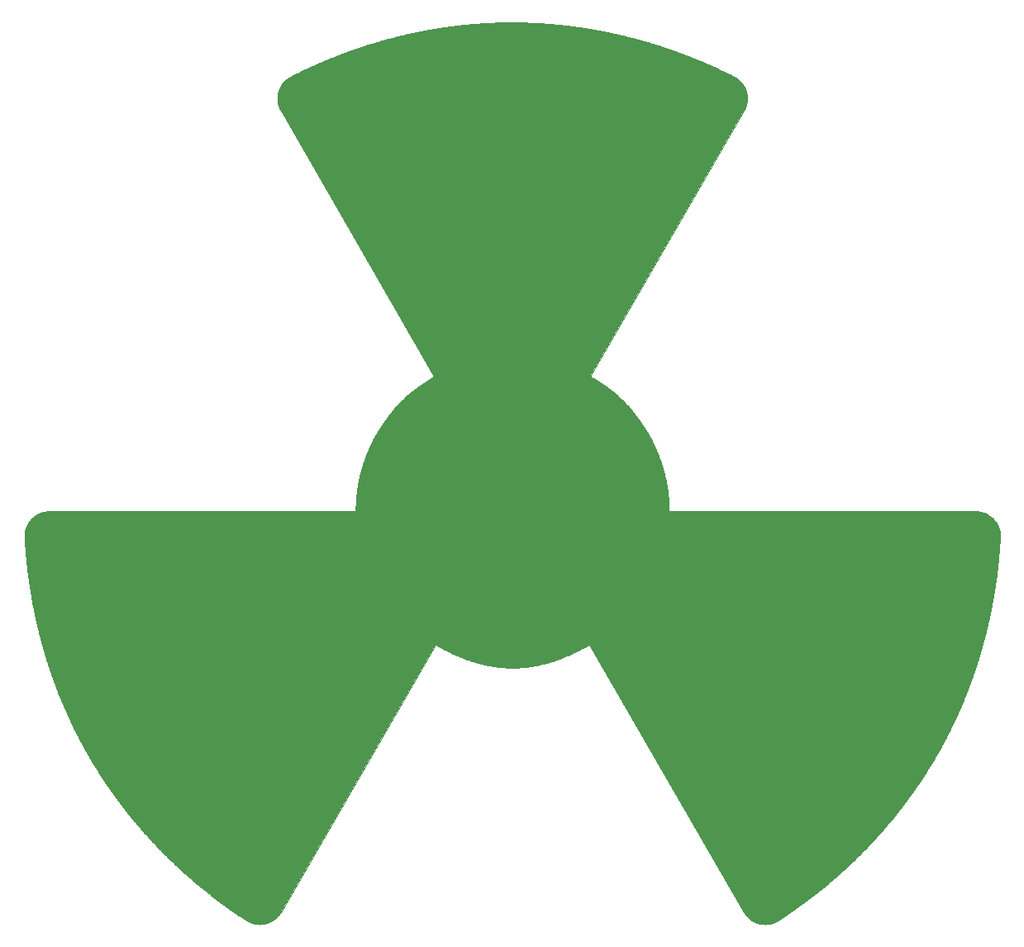
<source format=gtl>
G04 #@! TF.GenerationSoftware,KiCad,Pcbnew,(2017-04-19 revision 13b2cb4d1)-makepkg*
G04 #@! TF.CreationDate,2017-04-23T13:50:34-07:00*
G04 #@! TF.ProjectId,fieldmill,6669656C646D696C6C2E6B696361645F,rev?*
G04 #@! TF.FileFunction,Copper,L1,Top,Signal*
G04 #@! TF.FilePolarity,Positive*
%FSLAX46Y46*%
G04 Gerber Fmt 4.6, Leading zero omitted, Abs format (unit mm)*
G04 Created by KiCad (PCBNEW (2017-04-19 revision 13b2cb4d1)-makepkg) date 04/23/17 13:50:34*
%MOMM*%
%LPD*%
G01*
G04 APERTURE LIST*
%ADD10C,0.100000*%
%ADD11C,0.028222*%
%ADD12C,5.000000*%
%ADD13C,1.524000*%
G04 APERTURE END LIST*
D10*
D11*
G36*
X110370126Y-49870764D02*
X110267021Y-49869895D01*
X110163862Y-49869222D01*
X110060646Y-49868750D01*
X109957372Y-49868485D01*
X109854039Y-49868430D01*
X109750646Y-49868591D01*
X109647192Y-49868973D01*
X109543674Y-49869581D01*
X109440091Y-49870419D01*
X109336443Y-49871492D01*
X109232728Y-49872805D01*
X109128944Y-49874363D01*
X109025090Y-49876171D01*
X108921164Y-49878233D01*
X108817166Y-49880556D01*
X108711568Y-49883169D01*
X108605987Y-49886019D01*
X108500423Y-49889106D01*
X108394877Y-49892429D01*
X108289350Y-49895988D01*
X108183841Y-49899783D01*
X108078350Y-49903813D01*
X107972879Y-49908078D01*
X107867428Y-49912579D01*
X107761996Y-49917314D01*
X107656586Y-49922284D01*
X107551195Y-49927488D01*
X107445826Y-49932926D01*
X107340479Y-49938598D01*
X107235153Y-49944503D01*
X107129850Y-49950642D01*
X107024569Y-49957014D01*
X106919311Y-49963619D01*
X106814077Y-49970457D01*
X106708867Y-49977527D01*
X106603680Y-49984829D01*
X106498518Y-49992363D01*
X106393381Y-50000129D01*
X106288269Y-50008126D01*
X106183183Y-50016354D01*
X106078123Y-50024813D01*
X105973089Y-50033504D01*
X105868082Y-50042424D01*
X105763102Y-50051575D01*
X105658149Y-50060956D01*
X105553224Y-50070567D01*
X105448328Y-50080407D01*
X105343460Y-50090476D01*
X105238621Y-50100775D01*
X105133811Y-50111302D01*
X105029031Y-50122058D01*
X104924281Y-50133043D01*
X104819562Y-50144255D01*
X104714874Y-50155695D01*
X104610216Y-50167363D01*
X104505590Y-50179259D01*
X104400997Y-50191381D01*
X104296435Y-50203731D01*
X104191906Y-50216307D01*
X104087410Y-50229109D01*
X103982948Y-50242138D01*
X103878519Y-50255393D01*
X103774125Y-50268874D01*
X103669765Y-50282580D01*
X103565440Y-50296511D01*
X103461151Y-50310667D01*
X103356897Y-50325048D01*
X103252679Y-50339654D01*
X103148497Y-50354484D01*
X103044353Y-50369538D01*
X102940245Y-50384816D01*
X102836175Y-50400317D01*
X102732143Y-50416042D01*
X102628149Y-50431990D01*
X102524194Y-50448161D01*
X102420278Y-50464554D01*
X102316401Y-50481170D01*
X102212564Y-50498008D01*
X102108767Y-50515068D01*
X102005011Y-50532349D01*
X101901295Y-50549852D01*
X101797621Y-50567576D01*
X101693988Y-50585522D01*
X101590398Y-50603688D01*
X101486849Y-50622074D01*
X101383344Y-50640681D01*
X101279881Y-50659507D01*
X101176462Y-50678554D01*
X101073087Y-50697820D01*
X100969756Y-50717305D01*
X100866470Y-50737010D01*
X100763229Y-50756933D01*
X100660033Y-50777075D01*
X100556883Y-50797435D01*
X100453779Y-50818013D01*
X100350721Y-50838809D01*
X100247710Y-50859823D01*
X100144747Y-50881054D01*
X100041831Y-50902503D01*
X99938963Y-50924168D01*
X99836143Y-50946050D01*
X99733372Y-50968148D01*
X99630650Y-50990463D01*
X99527977Y-51012994D01*
X99425354Y-51035740D01*
X99322782Y-51058702D01*
X99220260Y-51081879D01*
X99117789Y-51105271D01*
X99015369Y-51128878D01*
X98913001Y-51152699D01*
X98810685Y-51176735D01*
X98708422Y-51200985D01*
X98606211Y-51225449D01*
X98504053Y-51250126D01*
X98401949Y-51275016D01*
X98299899Y-51300120D01*
X98197903Y-51325437D01*
X98095962Y-51350966D01*
X97994075Y-51376707D01*
X97892245Y-51402661D01*
X97790470Y-51428827D01*
X97688751Y-51455204D01*
X97587088Y-51481793D01*
X97485483Y-51508593D01*
X97383935Y-51535604D01*
X97282444Y-51562826D01*
X97181011Y-51590258D01*
X97079637Y-51617901D01*
X96978322Y-51645753D01*
X96877065Y-51673815D01*
X96775869Y-51702087D01*
X96674732Y-51730568D01*
X96573655Y-51759258D01*
X96472639Y-51788157D01*
X96371684Y-51817265D01*
X96270790Y-51846581D01*
X96169958Y-51876105D01*
X96069188Y-51905837D01*
X95968480Y-51935777D01*
X95867836Y-51965924D01*
X95767254Y-51996278D01*
X95666736Y-52026839D01*
X95566283Y-52057607D01*
X95465893Y-52088581D01*
X95365568Y-52119761D01*
X95265309Y-52151148D01*
X95165114Y-52182740D01*
X95064986Y-52214537D01*
X94964924Y-52246540D01*
X94864928Y-52278748D01*
X94764999Y-52311161D01*
X94665138Y-52343778D01*
X94565344Y-52376599D01*
X94465618Y-52409625D01*
X94365961Y-52442854D01*
X94266373Y-52476287D01*
X94166853Y-52509923D01*
X94067404Y-52543763D01*
X93968024Y-52577805D01*
X93868714Y-52612050D01*
X93769476Y-52646498D01*
X93670308Y-52681147D01*
X93571211Y-52715998D01*
X93472187Y-52751052D01*
X93373234Y-52786306D01*
X93274354Y-52821762D01*
X93175547Y-52857419D01*
X93076814Y-52893276D01*
X92978153Y-52929334D01*
X92879567Y-52965592D01*
X92781056Y-53002050D01*
X92682619Y-53038708D01*
X92584257Y-53075566D01*
X92485971Y-53112623D01*
X92387760Y-53149879D01*
X92289626Y-53187334D01*
X92191569Y-53224987D01*
X92093588Y-53262839D01*
X91995685Y-53300888D01*
X91897859Y-53339136D01*
X91800112Y-53377581D01*
X91702443Y-53416224D01*
X91604853Y-53455064D01*
X91507342Y-53494101D01*
X91409911Y-53533334D01*
X91312560Y-53572764D01*
X91215289Y-53612390D01*
X91118099Y-53652212D01*
X91020990Y-53692230D01*
X90923963Y-53732443D01*
X90827017Y-53772852D01*
X90730153Y-53813455D01*
X90633372Y-53854254D01*
X90536674Y-53895247D01*
X90440060Y-53936434D01*
X90343529Y-53977815D01*
X90247082Y-54019390D01*
X90150719Y-54061159D01*
X90054442Y-54103121D01*
X89958249Y-54145276D01*
X89862143Y-54187624D01*
X89766122Y-54230165D01*
X89670187Y-54272898D01*
X89574339Y-54315823D01*
X89478578Y-54358940D01*
X89382904Y-54402249D01*
X89287319Y-54445749D01*
X89191821Y-54489440D01*
X89096412Y-54533323D01*
X89001092Y-54577396D01*
X88905861Y-54621659D01*
X88810720Y-54666113D01*
X88715669Y-54710757D01*
X88620708Y-54755591D01*
X88525838Y-54800614D01*
X88431060Y-54845827D01*
X88336372Y-54891228D01*
X88241777Y-54936819D01*
X88147274Y-54982598D01*
X88052863Y-55028565D01*
X87958546Y-55074720D01*
X87864321Y-55121064D01*
X87770191Y-55167595D01*
X87676155Y-55214313D01*
X87582213Y-55261219D01*
X87488366Y-55308311D01*
X87394615Y-55355590D01*
X87300958Y-55403056D01*
X87212897Y-55449975D01*
X87127487Y-55499852D01*
X87044757Y-55552589D01*
X86964735Y-55608090D01*
X86887452Y-55666256D01*
X86812936Y-55726991D01*
X86741215Y-55790197D01*
X86672320Y-55855778D01*
X86606277Y-55923635D01*
X86543117Y-55993672D01*
X86482869Y-56065791D01*
X86425560Y-56139894D01*
X86371221Y-56215886D01*
X86319880Y-56293667D01*
X86271565Y-56373142D01*
X86226306Y-56454213D01*
X86184133Y-56536782D01*
X86145072Y-56620752D01*
X86109154Y-56706026D01*
X86076408Y-56792507D01*
X86046862Y-56880097D01*
X86020545Y-56968700D01*
X85997486Y-57058217D01*
X85977714Y-57148551D01*
X85961258Y-57239606D01*
X85948146Y-57331284D01*
X85938409Y-57423487D01*
X85932073Y-57516119D01*
X85929170Y-57609082D01*
X85929726Y-57702278D01*
X85933772Y-57795611D01*
X85941336Y-57888984D01*
X85952447Y-57982298D01*
X85967134Y-58075457D01*
X85985426Y-58168364D01*
X86007351Y-58260920D01*
X86032939Y-58353030D01*
X86062219Y-58444595D01*
X86095219Y-58535518D01*
X86131968Y-58625702D01*
X86172495Y-58715050D01*
X86216830Y-58803464D01*
X86265000Y-58890847D01*
X102010000Y-86162598D01*
X101919353Y-86214792D01*
X101828950Y-86267404D01*
X101738801Y-86320442D01*
X101648912Y-86373914D01*
X101559293Y-86427828D01*
X101469952Y-86482192D01*
X101380896Y-86537014D01*
X101292133Y-86592301D01*
X101203673Y-86648063D01*
X101115522Y-86704307D01*
X101027689Y-86761041D01*
X100940182Y-86818274D01*
X100853010Y-86876012D01*
X100766180Y-86934264D01*
X100679701Y-86993039D01*
X100593580Y-87052343D01*
X100507825Y-87112186D01*
X100422446Y-87172575D01*
X100337450Y-87233519D01*
X100252845Y-87295024D01*
X100168639Y-87357100D01*
X100084840Y-87419754D01*
X100001457Y-87482994D01*
X99918497Y-87546829D01*
X99835969Y-87611266D01*
X99753881Y-87676314D01*
X99672241Y-87741979D01*
X99591057Y-87808272D01*
X99510337Y-87875198D01*
X99430089Y-87942767D01*
X99350322Y-88010987D01*
X99271043Y-88079865D01*
X99192261Y-88149409D01*
X99113984Y-88219628D01*
X99036219Y-88290530D01*
X98958976Y-88362122D01*
X98882262Y-88434412D01*
X98806085Y-88507409D01*
X98730453Y-88581121D01*
X98655375Y-88655556D01*
X98582045Y-88729373D01*
X98509235Y-88803641D01*
X98436946Y-88878358D01*
X98365181Y-88953519D01*
X98293939Y-89029121D01*
X98223224Y-89105162D01*
X98153036Y-89181637D01*
X98083377Y-89258543D01*
X98014248Y-89335877D01*
X97945650Y-89413635D01*
X97877584Y-89491815D01*
X97810053Y-89570412D01*
X97743058Y-89649424D01*
X97676599Y-89728847D01*
X97610678Y-89808677D01*
X97545297Y-89888912D01*
X97480458Y-89969548D01*
X97416160Y-90050581D01*
X97352407Y-90132009D01*
X97289198Y-90213827D01*
X97226537Y-90296033D01*
X97164423Y-90378623D01*
X97102858Y-90461594D01*
X97041844Y-90544942D01*
X96981383Y-90628664D01*
X96921474Y-90712757D01*
X96862121Y-90797218D01*
X96803324Y-90882042D01*
X96745084Y-90967227D01*
X96687403Y-91052769D01*
X96630283Y-91138665D01*
X96573725Y-91224911D01*
X96517729Y-91311505D01*
X96462299Y-91398442D01*
X96407434Y-91485720D01*
X96353136Y-91573335D01*
X96299407Y-91661283D01*
X96246248Y-91749562D01*
X96193661Y-91838168D01*
X96141646Y-91927098D01*
X96090206Y-92016347D01*
X96039341Y-92105914D01*
X95989053Y-92195794D01*
X95939343Y-92285985D01*
X95890213Y-92376482D01*
X95841664Y-92467282D01*
X95793698Y-92558383D01*
X95746315Y-92649780D01*
X95699518Y-92741471D01*
X95653308Y-92833452D01*
X95607685Y-92925719D01*
X95562652Y-93018269D01*
X95518209Y-93111100D01*
X95474359Y-93204207D01*
X95431102Y-93297587D01*
X95388440Y-93391237D01*
X95346375Y-93485153D01*
X95304907Y-93579333D01*
X95264038Y-93673772D01*
X95223769Y-93768468D01*
X95184103Y-93863416D01*
X95145039Y-93958615D01*
X95106581Y-94054059D01*
X95068728Y-94149747D01*
X95031482Y-94245674D01*
X94994845Y-94341837D01*
X94958819Y-94438233D01*
X94923403Y-94534858D01*
X94888601Y-94631710D01*
X94854413Y-94728784D01*
X94820841Y-94826078D01*
X94787885Y-94923588D01*
X94755548Y-95021310D01*
X94723831Y-95119242D01*
X94692735Y-95217379D01*
X94662261Y-95315719D01*
X94632411Y-95414259D01*
X94603187Y-95512994D01*
X94574589Y-95611921D01*
X94546620Y-95711038D01*
X94519280Y-95810341D01*
X94492570Y-95909826D01*
X94466493Y-96009489D01*
X94441050Y-96109329D01*
X94416241Y-96209341D01*
X94392069Y-96309522D01*
X94368534Y-96409868D01*
X94345639Y-96510377D01*
X94323384Y-96611044D01*
X94301771Y-96711867D01*
X94280801Y-96812842D01*
X94260476Y-96913966D01*
X94240797Y-97015236D01*
X94221766Y-97116647D01*
X94203383Y-97218197D01*
X94185650Y-97319882D01*
X94168569Y-97421699D01*
X94152141Y-97523645D01*
X94136367Y-97625716D01*
X94121249Y-97727909D01*
X94106787Y-97830221D01*
X94092985Y-97932647D01*
X94079842Y-98035186D01*
X94067360Y-98137832D01*
X94055541Y-98240584D01*
X94044386Y-98343438D01*
X94033896Y-98446390D01*
X94024073Y-98549437D01*
X94014919Y-98652575D01*
X94006433Y-98755802D01*
X93998619Y-98859113D01*
X93991477Y-98962506D01*
X93985008Y-99065977D01*
X93979215Y-99169523D01*
X93974098Y-99273141D01*
X93969658Y-99376826D01*
X93965898Y-99480577D01*
X93962819Y-99584388D01*
X93960421Y-99688258D01*
X93958707Y-99792182D01*
X93957677Y-99896157D01*
X93957334Y-100000181D01*
X62539792Y-100000181D01*
X62440004Y-100002146D01*
X62341241Y-100007952D01*
X62243574Y-100017523D01*
X62147072Y-100030786D01*
X62051805Y-100047668D01*
X61957844Y-100068094D01*
X61865257Y-100091992D01*
X61774116Y-100119286D01*
X61684488Y-100149904D01*
X61596445Y-100183772D01*
X61510057Y-100220815D01*
X61425392Y-100260961D01*
X61342522Y-100304136D01*
X61261515Y-100350265D01*
X61182442Y-100399276D01*
X61105373Y-100451094D01*
X61030377Y-100505645D01*
X60957524Y-100562857D01*
X60886884Y-100622654D01*
X60818527Y-100684964D01*
X60752523Y-100749713D01*
X60688941Y-100816827D01*
X60627852Y-100886232D01*
X60569325Y-100957855D01*
X60513430Y-101031622D01*
X60460238Y-101107459D01*
X60409817Y-101185292D01*
X60362237Y-101265048D01*
X60317570Y-101346653D01*
X60275883Y-101430033D01*
X60237248Y-101515114D01*
X60201734Y-101601824D01*
X60169410Y-101690087D01*
X60140348Y-101779830D01*
X60114616Y-101870981D01*
X60092284Y-101963464D01*
X60073423Y-102057206D01*
X60058102Y-102152134D01*
X60046390Y-102248173D01*
X60038359Y-102345250D01*
X60034077Y-102443292D01*
X60033615Y-102542224D01*
X60037042Y-102641973D01*
X60042757Y-102746461D01*
X60048680Y-102850939D01*
X60054811Y-102955406D01*
X60061150Y-103059861D01*
X60067698Y-103164304D01*
X60074453Y-103268734D01*
X60081416Y-103373151D01*
X60088587Y-103477555D01*
X60095966Y-103581945D01*
X60103554Y-103686321D01*
X60111349Y-103790682D01*
X60119353Y-103895028D01*
X60127564Y-103999358D01*
X60135984Y-104103672D01*
X60144612Y-104207970D01*
X60153448Y-104312251D01*
X60162492Y-104416514D01*
X60171744Y-104520760D01*
X60181205Y-104624987D01*
X60190873Y-104729196D01*
X60200750Y-104833386D01*
X60210835Y-104937556D01*
X60221128Y-105041707D01*
X60231629Y-105145837D01*
X60242339Y-105249946D01*
X60253256Y-105354034D01*
X60264382Y-105458100D01*
X60275716Y-105562144D01*
X60287259Y-105666166D01*
X60299009Y-105770165D01*
X60310968Y-105874140D01*
X60323136Y-105978092D01*
X60335511Y-106082019D01*
X60348095Y-106185921D01*
X60360887Y-106289799D01*
X60373887Y-106393650D01*
X60387096Y-106497476D01*
X60400513Y-106601276D01*
X60414138Y-106705048D01*
X60427972Y-106808793D01*
X60442014Y-106912511D01*
X60456264Y-107016200D01*
X60470723Y-107119861D01*
X60485390Y-107223492D01*
X60500266Y-107327094D01*
X60515350Y-107430667D01*
X60530642Y-107534208D01*
X60546143Y-107637720D01*
X60561852Y-107741200D01*
X60577770Y-107844648D01*
X60593896Y-107948064D01*
X60610230Y-108051448D01*
X60626773Y-108154798D01*
X60643525Y-108258116D01*
X60660485Y-108361399D01*
X60677653Y-108464649D01*
X60695030Y-108567863D01*
X60712616Y-108671043D01*
X60730410Y-108774187D01*
X60748412Y-108877295D01*
X60766623Y-108980367D01*
X60785043Y-109083401D01*
X60803671Y-109186399D01*
X60822508Y-109289359D01*
X60841553Y-109392280D01*
X60860807Y-109495163D01*
X60880270Y-109598007D01*
X60899941Y-109700812D01*
X60919821Y-109803577D01*
X60939909Y-109906301D01*
X60960206Y-110008985D01*
X60980712Y-110111627D01*
X61001426Y-110214228D01*
X61022349Y-110316787D01*
X61043481Y-110419303D01*
X61064821Y-110521777D01*
X61086370Y-110624207D01*
X61108128Y-110726593D01*
X61130094Y-110828935D01*
X61152269Y-110931233D01*
X61174653Y-111033485D01*
X61197246Y-111135692D01*
X61220047Y-111237853D01*
X61243057Y-111339967D01*
X61266276Y-111442035D01*
X61289704Y-111544055D01*
X61313340Y-111646028D01*
X61337186Y-111747953D01*
X61361240Y-111849829D01*
X61385502Y-111951656D01*
X61409974Y-112053433D01*
X61434655Y-112155161D01*
X61459544Y-112256839D01*
X61484642Y-112358466D01*
X61509949Y-112460041D01*
X61535465Y-112561565D01*
X61561190Y-112663037D01*
X61587124Y-112764457D01*
X61613266Y-112865824D01*
X61639618Y-112967137D01*
X61666178Y-113068397D01*
X61692947Y-113169602D01*
X61719926Y-113270753D01*
X61747113Y-113371849D01*
X61774509Y-113472889D01*
X61802114Y-113573873D01*
X61829928Y-113674801D01*
X61857951Y-113775672D01*
X61886183Y-113876486D01*
X61914624Y-113977243D01*
X61943274Y-114077941D01*
X61972133Y-114178581D01*
X62001201Y-114279161D01*
X62030479Y-114379683D01*
X62059965Y-114480144D01*
X62089660Y-114580546D01*
X62119564Y-114680886D01*
X62149678Y-114781166D01*
X62180000Y-114881384D01*
X62210532Y-114981539D01*
X62241272Y-115081633D01*
X62272222Y-115181664D01*
X62303381Y-115281631D01*
X62334749Y-115381534D01*
X62366326Y-115481374D01*
X62398112Y-115581149D01*
X62430108Y-115680858D01*
X62462312Y-115780503D01*
X62494726Y-115880081D01*
X62527349Y-115979593D01*
X62560181Y-116079039D01*
X62593223Y-116178417D01*
X62626473Y-116277727D01*
X62659933Y-116376970D01*
X62693602Y-116476144D01*
X62727480Y-116575249D01*
X62761568Y-116674284D01*
X62795865Y-116773250D01*
X62830371Y-116872146D01*
X62865086Y-116970971D01*
X62900011Y-117069725D01*
X62935145Y-117168407D01*
X62970488Y-117267017D01*
X63006041Y-117365555D01*
X63041802Y-117464021D01*
X63077774Y-117562412D01*
X63113954Y-117660731D01*
X63150344Y-117758975D01*
X63186943Y-117857144D01*
X63223752Y-117955239D01*
X63260770Y-118053258D01*
X63297997Y-118151201D01*
X63335434Y-118249068D01*
X63373080Y-118346858D01*
X63410936Y-118444571D01*
X63449001Y-118542206D01*
X63487276Y-118639763D01*
X63525760Y-118737242D01*
X63564453Y-118834642D01*
X63603356Y-118931963D01*
X63642468Y-119029203D01*
X63681790Y-119126364D01*
X63721321Y-119223444D01*
X63761062Y-119320443D01*
X63801013Y-119417360D01*
X63841172Y-119514196D01*
X63881542Y-119610949D01*
X63922121Y-119707619D01*
X63962909Y-119804206D01*
X64003907Y-119900709D01*
X64045115Y-119997129D01*
X64086532Y-120093463D01*
X64128159Y-120189713D01*
X64169995Y-120285877D01*
X64212041Y-120381956D01*
X64254297Y-120477948D01*
X64296762Y-120573853D01*
X64339437Y-120669672D01*
X64382321Y-120765403D01*
X64425415Y-120861045D01*
X64468719Y-120956600D01*
X64512233Y-121052065D01*
X64555956Y-121147441D01*
X64599889Y-121242728D01*
X64644031Y-121337924D01*
X64688383Y-121433029D01*
X64732945Y-121528044D01*
X64777717Y-121622967D01*
X64822698Y-121717798D01*
X64867890Y-121812537D01*
X64913290Y-121907183D01*
X64958901Y-122001736D01*
X65004722Y-122096195D01*
X65050752Y-122190560D01*
X65096992Y-122284831D01*
X65143442Y-122379006D01*
X65190101Y-122473086D01*
X65236971Y-122567071D01*
X65284050Y-122660959D01*
X65331339Y-122754750D01*
X65378838Y-122848445D01*
X65426547Y-122942042D01*
X65474466Y-123035540D01*
X65522594Y-123128941D01*
X65570933Y-123222242D01*
X65619481Y-123315445D01*
X65668239Y-123408547D01*
X65717207Y-123501550D01*
X65766386Y-123594452D01*
X65815774Y-123687252D01*
X65865371Y-123779952D01*
X65915179Y-123872549D01*
X65965197Y-123965044D01*
X66015425Y-124057437D01*
X66065863Y-124149726D01*
X66116511Y-124241911D01*
X66167369Y-124333993D01*
X66218436Y-124425970D01*
X66269714Y-124517842D01*
X66321202Y-124609609D01*
X66372900Y-124701270D01*
X66424808Y-124792825D01*
X66476926Y-124884273D01*
X66529254Y-124975614D01*
X66581792Y-125066847D01*
X66634534Y-125157963D01*
X66687475Y-125248950D01*
X66740613Y-125339809D01*
X66793949Y-125430540D01*
X66847482Y-125521142D01*
X66901211Y-125611615D01*
X66955137Y-125701959D01*
X67009259Y-125792173D01*
X67063577Y-125882258D01*
X67118090Y-125972213D01*
X67172797Y-126062039D01*
X67227699Y-126151734D01*
X67282795Y-126241299D01*
X67338085Y-126330733D01*
X67393568Y-126420036D01*
X67449243Y-126509209D01*
X67505112Y-126598250D01*
X67561172Y-126687160D01*
X67617424Y-126775938D01*
X67673868Y-126864584D01*
X67730503Y-126953099D01*
X67787328Y-127041481D01*
X67844343Y-127129730D01*
X67901549Y-127217847D01*
X67958943Y-127305831D01*
X68016527Y-127393682D01*
X68074300Y-127481400D01*
X68132261Y-127568984D01*
X68190410Y-127656434D01*
X68248746Y-127743750D01*
X68307270Y-127830933D01*
X68365980Y-127917981D01*
X68424877Y-128004894D01*
X68483960Y-128091672D01*
X68543228Y-128178316D01*
X68602682Y-128264824D01*
X68662321Y-128351197D01*
X68722144Y-128437435D01*
X68782151Y-128523536D01*
X68842342Y-128609502D01*
X68902717Y-128695331D01*
X68963274Y-128781024D01*
X69024014Y-128866580D01*
X69084937Y-128951999D01*
X69146041Y-129037281D01*
X69207326Y-129122426D01*
X69268793Y-129207434D01*
X69330440Y-129292303D01*
X69392268Y-129377035D01*
X69454276Y-129461629D01*
X69516463Y-129546084D01*
X69578829Y-129630401D01*
X69641374Y-129714579D01*
X69704098Y-129798618D01*
X69766999Y-129882517D01*
X69830079Y-129966278D01*
X69893335Y-130049899D01*
X69956768Y-130133380D01*
X70020378Y-130216721D01*
X70084164Y-130299921D01*
X70148126Y-130382982D01*
X70212263Y-130465901D01*
X70276575Y-130548680D01*
X70341062Y-130631318D01*
X70405723Y-130713814D01*
X70470558Y-130796169D01*
X70535566Y-130878383D01*
X70600747Y-130960454D01*
X70666101Y-131042383D01*
X70731628Y-131124170D01*
X70797326Y-131205815D01*
X70863196Y-131287316D01*
X70929237Y-131368675D01*
X70995448Y-131449890D01*
X71061830Y-131530963D01*
X71128383Y-131611891D01*
X71195104Y-131692676D01*
X71261996Y-131773317D01*
X71329055Y-131853813D01*
X71396284Y-131934165D01*
X71463680Y-132014373D01*
X71531245Y-132094435D01*
X71598976Y-132174353D01*
X71666875Y-132254125D01*
X71734940Y-132333752D01*
X71803172Y-132413233D01*
X71871569Y-132492568D01*
X71940132Y-132571758D01*
X72008860Y-132650800D01*
X72077752Y-132729697D01*
X72146809Y-132808446D01*
X72216029Y-132887049D01*
X72285414Y-132965504D01*
X72354961Y-133043813D01*
X72424671Y-133121973D01*
X72494544Y-133199986D01*
X72564578Y-133277851D01*
X72634775Y-133355567D01*
X72705132Y-133433135D01*
X72775651Y-133510555D01*
X72846329Y-133587826D01*
X72917168Y-133664947D01*
X72988167Y-133741920D01*
X73059325Y-133818743D01*
X73130642Y-133895416D01*
X73202118Y-133971939D01*
X73273751Y-134048313D01*
X73345543Y-134124536D01*
X73417492Y-134200608D01*
X73489598Y-134276530D01*
X73561861Y-134352301D01*
X73634280Y-134427921D01*
X73706855Y-134503389D01*
X73779586Y-134578706D01*
X73852471Y-134653871D01*
X73925512Y-134728884D01*
X73998707Y-134803745D01*
X74072056Y-134878454D01*
X74145558Y-134953009D01*
X74219214Y-135027413D01*
X74293023Y-135101663D01*
X74366984Y-135175759D01*
X74441097Y-135249703D01*
X74515362Y-135323493D01*
X74589778Y-135397128D01*
X74664345Y-135470610D01*
X74739063Y-135543938D01*
X74813931Y-135617111D01*
X74888949Y-135690129D01*
X74964116Y-135762992D01*
X75039432Y-135835701D01*
X75114897Y-135908254D01*
X75190511Y-135980651D01*
X75266272Y-136052893D01*
X75342181Y-136124978D01*
X75418236Y-136196908D01*
X75494439Y-136268681D01*
X75570788Y-136340297D01*
X75647283Y-136411757D01*
X75723924Y-136483060D01*
X75800710Y-136554205D01*
X75877640Y-136625193D01*
X75954716Y-136696024D01*
X76031935Y-136766696D01*
X76109298Y-136837211D01*
X76186804Y-136907567D01*
X76264453Y-136977765D01*
X76342245Y-137047804D01*
X76420179Y-137117684D01*
X76498255Y-137187405D01*
X76576473Y-137256967D01*
X76654831Y-137326369D01*
X76733330Y-137395612D01*
X76811969Y-137464694D01*
X76890748Y-137533617D01*
X76969667Y-137602379D01*
X77048725Y-137670980D01*
X77127922Y-137739421D01*
X77207257Y-137807700D01*
X77286730Y-137875819D01*
X77366340Y-137943776D01*
X77446088Y-138011571D01*
X77525973Y-138079205D01*
X77605994Y-138146676D01*
X77686151Y-138213986D01*
X77766444Y-138281132D01*
X77846872Y-138348117D01*
X77927436Y-138414938D01*
X78008133Y-138481596D01*
X78088965Y-138548091D01*
X78169931Y-138614422D01*
X78251030Y-138680590D01*
X78332262Y-138746593D01*
X78413627Y-138812433D01*
X78495125Y-138878108D01*
X78576754Y-138943619D01*
X78658514Y-139008965D01*
X78740406Y-139074145D01*
X78822428Y-139139161D01*
X78904581Y-139204011D01*
X78986864Y-139268696D01*
X79069276Y-139333215D01*
X79151818Y-139397568D01*
X79234489Y-139461754D01*
X79317287Y-139525774D01*
X79400215Y-139589628D01*
X79483269Y-139653314D01*
X79566451Y-139716834D01*
X79649760Y-139780186D01*
X79733196Y-139843371D01*
X79816758Y-139906388D01*
X79900445Y-139969237D01*
X79984258Y-140031918D01*
X80068196Y-140094430D01*
X80152259Y-140156774D01*
X80236445Y-140218950D01*
X80320756Y-140280956D01*
X80405191Y-140342793D01*
X80489748Y-140404461D01*
X80574428Y-140465959D01*
X80659231Y-140527288D01*
X80744155Y-140588446D01*
X80829201Y-140649434D01*
X80914368Y-140710252D01*
X80999657Y-140770899D01*
X81085065Y-140831375D01*
X81170594Y-140891680D01*
X81256242Y-140951814D01*
X81342010Y-141011776D01*
X81427897Y-141071567D01*
X81513902Y-141131186D01*
X81600025Y-141190632D01*
X81686266Y-141249907D01*
X81772625Y-141309009D01*
X81859100Y-141367938D01*
X81945692Y-141426694D01*
X82032401Y-141485277D01*
X82119225Y-141543686D01*
X82206165Y-141601922D01*
X82293220Y-141659984D01*
X82380390Y-141717873D01*
X82467674Y-141775587D01*
X82555072Y-141833126D01*
X82642583Y-141890491D01*
X82730208Y-141947681D01*
X82814927Y-142000577D01*
X82900884Y-142049690D01*
X82987982Y-142095046D01*
X83076121Y-142136667D01*
X83165202Y-142174578D01*
X83255126Y-142208802D01*
X83345795Y-142239362D01*
X83437109Y-142266283D01*
X83528970Y-142289588D01*
X83621278Y-142309301D01*
X83713934Y-142325446D01*
X83806841Y-142338045D01*
X83899897Y-142347124D01*
X83993006Y-142352705D01*
X84086067Y-142354813D01*
X84178982Y-142353470D01*
X84271652Y-142348701D01*
X84363978Y-142340530D01*
X84455861Y-142328980D01*
X84547202Y-142314075D01*
X84637902Y-142295838D01*
X84727862Y-142274293D01*
X84816983Y-142249464D01*
X84905167Y-142221375D01*
X84992313Y-142190049D01*
X85078324Y-142155511D01*
X85163101Y-142117782D01*
X85246544Y-142076889D01*
X85328554Y-142032853D01*
X85409033Y-141985699D01*
X85487881Y-141935450D01*
X85565001Y-141882131D01*
X85640291Y-141825765D01*
X85713655Y-141766375D01*
X85784992Y-141703985D01*
X85854205Y-141638620D01*
X85921193Y-141570302D01*
X85985858Y-141499055D01*
X86048101Y-141424904D01*
X86107823Y-141347871D01*
X86164926Y-141267980D01*
X86219309Y-141185256D01*
X86270875Y-141099722D01*
X102107917Y-113669347D01*
X102198797Y-113721410D01*
X102289890Y-113773079D01*
X102381195Y-113824347D01*
X102472712Y-113875207D01*
X102564440Y-113925653D01*
X102656378Y-113975678D01*
X102748526Y-114025276D01*
X102840883Y-114074439D01*
X102933448Y-114123162D01*
X103026221Y-114171436D01*
X103119202Y-114219257D01*
X103212389Y-114266617D01*
X103305782Y-114313510D01*
X103399381Y-114359928D01*
X103493184Y-114405866D01*
X103587191Y-114451317D01*
X103681402Y-114496273D01*
X103775816Y-114540729D01*
X103870432Y-114584678D01*
X103965250Y-114628113D01*
X104060269Y-114671028D01*
X104155488Y-114713415D01*
X104250907Y-114755268D01*
X104346525Y-114796582D01*
X104442342Y-114837348D01*
X104538357Y-114877560D01*
X104634569Y-114917212D01*
X104730978Y-114956297D01*
X104827583Y-114994809D01*
X104924384Y-115032740D01*
X105021379Y-115070085D01*
X105118569Y-115106836D01*
X105215952Y-115142987D01*
X105313528Y-115178531D01*
X105411297Y-115213461D01*
X105509257Y-115247772D01*
X105607409Y-115281456D01*
X105705751Y-115314506D01*
X105804283Y-115346917D01*
X105903005Y-115378681D01*
X106001915Y-115409792D01*
X106101013Y-115440243D01*
X106200299Y-115470027D01*
X106299771Y-115499139D01*
X106399430Y-115527570D01*
X106499274Y-115555315D01*
X106599303Y-115582367D01*
X106699517Y-115608720D01*
X106799914Y-115634366D01*
X106900495Y-115659299D01*
X107001258Y-115683512D01*
X107102203Y-115706999D01*
X107203329Y-115729754D01*
X107304636Y-115751769D01*
X107406123Y-115773038D01*
X107507789Y-115793553D01*
X107609634Y-115813310D01*
X107711658Y-115832301D01*
X107813859Y-115850518D01*
X107916236Y-115867957D01*
X108018791Y-115884609D01*
X108121520Y-115900469D01*
X108224425Y-115915530D01*
X108327505Y-115929785D01*
X108430758Y-115943227D01*
X108534185Y-115955850D01*
X108637784Y-115967648D01*
X108741555Y-115978612D01*
X108845498Y-115988738D01*
X108949611Y-115998019D01*
X109053894Y-116006446D01*
X109158347Y-116014015D01*
X109262969Y-116020719D01*
X109367759Y-116026550D01*
X109472717Y-116031502D01*
X109577842Y-116035568D01*
X109683134Y-116038743D01*
X109788591Y-116041019D01*
X109894213Y-116042389D01*
X110000000Y-116042847D01*
X110105787Y-116042389D01*
X110211409Y-116041019D01*
X110316866Y-116038743D01*
X110422157Y-116035568D01*
X110527282Y-116031502D01*
X110632240Y-116026549D01*
X110737030Y-116020718D01*
X110841651Y-116014015D01*
X110946104Y-116006446D01*
X111050388Y-115998018D01*
X111154501Y-115988738D01*
X111258443Y-115978611D01*
X111362214Y-115967646D01*
X111465814Y-115955849D01*
X111569240Y-115943226D01*
X111672493Y-115929783D01*
X111775573Y-115915528D01*
X111878478Y-115900467D01*
X111981208Y-115884607D01*
X112083762Y-115867954D01*
X112186140Y-115850516D01*
X112288341Y-115832298D01*
X112390364Y-115813307D01*
X112492209Y-115793550D01*
X112593875Y-115773034D01*
X112695362Y-115751765D01*
X112796669Y-115729750D01*
X112897796Y-115706995D01*
X112998741Y-115683508D01*
X113099504Y-115659294D01*
X113200085Y-115634361D01*
X113300482Y-115608715D01*
X113400696Y-115582362D01*
X113500725Y-115555310D01*
X113600570Y-115527565D01*
X113700229Y-115499133D01*
X113799701Y-115470021D01*
X113898987Y-115440237D01*
X113998085Y-115409786D01*
X114096996Y-115378675D01*
X114195717Y-115346910D01*
X114294249Y-115314500D01*
X114392592Y-115281449D01*
X114490743Y-115247765D01*
X114588704Y-115213454D01*
X114686473Y-115178523D01*
X114784049Y-115142979D01*
X114881433Y-115106828D01*
X114978622Y-115070077D01*
X115075618Y-115032733D01*
X115172419Y-114994801D01*
X115269024Y-114956290D01*
X115365433Y-114917205D01*
X115461645Y-114877553D01*
X115557660Y-114837340D01*
X115653477Y-114796574D01*
X115749095Y-114755261D01*
X115844514Y-114713408D01*
X115939734Y-114671020D01*
X116034753Y-114628106D01*
X116129570Y-114584671D01*
X116224187Y-114540723D01*
X116318600Y-114496267D01*
X116412811Y-114451310D01*
X116506819Y-114405860D01*
X116600622Y-114359922D01*
X116694220Y-114313504D01*
X116787613Y-114266612D01*
X116880800Y-114219252D01*
X116973781Y-114171432D01*
X117066554Y-114123157D01*
X117159119Y-114074435D01*
X117251476Y-114025272D01*
X117343624Y-113975675D01*
X117435562Y-113925651D01*
X117527289Y-113875205D01*
X117618806Y-113824345D01*
X117710111Y-113773078D01*
X117801204Y-113721410D01*
X117892084Y-113669347D01*
X133729126Y-141099722D01*
X133780691Y-141185256D01*
X133835075Y-141267980D01*
X133892177Y-141347871D01*
X133951899Y-141424904D01*
X134014143Y-141499055D01*
X134078808Y-141570302D01*
X134145796Y-141638620D01*
X134215008Y-141703985D01*
X134286345Y-141766375D01*
X134359709Y-141825765D01*
X134435000Y-141882131D01*
X134512119Y-141935450D01*
X134590968Y-141985699D01*
X134671447Y-142032853D01*
X134753457Y-142076889D01*
X134836900Y-142117782D01*
X134921676Y-142155511D01*
X135007687Y-142190049D01*
X135094834Y-142221375D01*
X135183017Y-142249464D01*
X135272139Y-142274293D01*
X135362099Y-142295838D01*
X135452799Y-142314075D01*
X135544140Y-142328980D01*
X135636022Y-142340530D01*
X135728348Y-142348701D01*
X135821018Y-142353470D01*
X135913933Y-142354813D01*
X136006995Y-142352705D01*
X136100103Y-142347124D01*
X136193160Y-142338045D01*
X136286066Y-142325446D01*
X136378723Y-142309301D01*
X136471031Y-142289588D01*
X136562891Y-142266283D01*
X136654205Y-142239362D01*
X136744874Y-142208802D01*
X136834799Y-142174578D01*
X136923880Y-142136667D01*
X137012019Y-142095046D01*
X137099116Y-142049690D01*
X137185074Y-142000577D01*
X137269792Y-141947681D01*
X137357417Y-141890491D01*
X137444929Y-141833126D01*
X137532327Y-141775587D01*
X137619611Y-141717873D01*
X137706780Y-141659984D01*
X137793835Y-141601922D01*
X137880775Y-141543686D01*
X137967599Y-141485277D01*
X138054308Y-141426694D01*
X138140900Y-141367938D01*
X138227376Y-141309009D01*
X138313734Y-141249907D01*
X138399975Y-141190632D01*
X138486098Y-141131186D01*
X138572104Y-141071567D01*
X138657990Y-141011776D01*
X138743758Y-140951814D01*
X138829406Y-140891680D01*
X138914935Y-140831375D01*
X139000344Y-140770899D01*
X139085632Y-140710252D01*
X139170799Y-140649434D01*
X139255845Y-140588446D01*
X139340769Y-140527288D01*
X139425572Y-140465959D01*
X139510252Y-140404461D01*
X139594810Y-140342793D01*
X139679244Y-140280956D01*
X139763555Y-140218950D01*
X139847741Y-140156775D01*
X139931804Y-140094430D01*
X140015742Y-140031918D01*
X140099555Y-139969237D01*
X140183242Y-139906388D01*
X140266804Y-139843371D01*
X140350240Y-139780186D01*
X140433549Y-139716834D01*
X140516731Y-139653314D01*
X140599785Y-139589628D01*
X140682712Y-139525774D01*
X140765511Y-139461754D01*
X140848182Y-139397568D01*
X140930724Y-139333215D01*
X141013136Y-139268696D01*
X141095419Y-139204011D01*
X141177572Y-139139161D01*
X141259594Y-139074146D01*
X141341486Y-139008965D01*
X141423246Y-138943619D01*
X141504875Y-138878108D01*
X141586372Y-138812433D01*
X141667737Y-138746594D01*
X141748970Y-138680590D01*
X141830069Y-138614422D01*
X141911035Y-138548091D01*
X141991867Y-138481596D01*
X142072564Y-138414938D01*
X142153128Y-138348117D01*
X142233556Y-138281133D01*
X142313849Y-138213986D01*
X142394006Y-138146677D01*
X142474027Y-138079205D01*
X142553912Y-138011571D01*
X142633660Y-137943776D01*
X142713270Y-137875819D01*
X142792743Y-137807701D01*
X142872078Y-137739421D01*
X142951275Y-137670980D01*
X143030333Y-137602379D01*
X143109251Y-137533617D01*
X143188031Y-137464695D01*
X143266670Y-137395612D01*
X143345169Y-137326369D01*
X143423527Y-137256967D01*
X143501745Y-137187406D01*
X143579820Y-137117684D01*
X143657755Y-137047804D01*
X143735546Y-136977765D01*
X143813196Y-136907567D01*
X143890702Y-136837211D01*
X143968065Y-136766697D01*
X144045284Y-136696024D01*
X144122360Y-136625194D01*
X144199290Y-136554206D01*
X144276076Y-136483060D01*
X144352717Y-136411757D01*
X144429212Y-136340298D01*
X144505561Y-136268681D01*
X144581763Y-136196908D01*
X144657819Y-136124979D01*
X144733728Y-136052893D01*
X144809489Y-135980651D01*
X144885103Y-135908254D01*
X144960568Y-135835701D01*
X145035884Y-135762993D01*
X145111051Y-135690129D01*
X145186069Y-135617111D01*
X145260937Y-135543938D01*
X145335655Y-135470611D01*
X145410222Y-135397129D01*
X145484638Y-135323493D01*
X145558903Y-135249703D01*
X145633016Y-135175760D01*
X145706978Y-135101663D01*
X145780786Y-135027413D01*
X145854442Y-134953010D01*
X145927944Y-134878454D01*
X146001293Y-134803745D01*
X146074488Y-134728885D01*
X146147529Y-134653871D01*
X146220414Y-134578706D01*
X146293145Y-134503390D01*
X146365720Y-134427921D01*
X146438139Y-134352301D01*
X146510402Y-134276531D01*
X146582508Y-134200609D01*
X146654457Y-134124536D01*
X146726249Y-134048313D01*
X146797883Y-133971940D01*
X146869358Y-133895416D01*
X146940675Y-133818743D01*
X147011833Y-133741920D01*
X147082832Y-133664948D01*
X147153671Y-133587826D01*
X147224350Y-133510555D01*
X147294868Y-133433136D01*
X147365226Y-133355568D01*
X147435422Y-133277851D01*
X147505456Y-133199986D01*
X147575329Y-133121974D01*
X147645039Y-133043813D01*
X147714587Y-132965505D01*
X147783971Y-132887049D01*
X147853192Y-132808447D01*
X147922248Y-132729697D01*
X147991141Y-132650801D01*
X148059869Y-132571758D01*
X148128431Y-132492569D01*
X148196829Y-132413234D01*
X148265060Y-132333752D01*
X148333125Y-132254126D01*
X148401024Y-132174353D01*
X148468756Y-132094436D01*
X148536320Y-132014373D01*
X148603717Y-131934166D01*
X148670945Y-131853814D01*
X148738005Y-131773317D01*
X148804896Y-131692676D01*
X148871618Y-131611892D01*
X148938170Y-131530963D01*
X149004552Y-131449891D01*
X149070764Y-131368675D01*
X149136805Y-131287317D01*
X149202675Y-131205815D01*
X149268373Y-131124171D01*
X149333899Y-131042384D01*
X149399253Y-130960454D01*
X149464434Y-130878383D01*
X149529443Y-130796170D01*
X149594277Y-130713815D01*
X149658938Y-130631318D01*
X149723425Y-130548681D01*
X149787737Y-130465902D01*
X149851874Y-130382982D01*
X149915836Y-130299922D01*
X149979622Y-130216721D01*
X150043232Y-130133380D01*
X150106665Y-130049899D01*
X150169922Y-129966278D01*
X150233001Y-129882518D01*
X150295903Y-129798618D01*
X150358626Y-129714579D01*
X150421172Y-129630401D01*
X150483538Y-129546084D01*
X150545725Y-129461629D01*
X150607733Y-129377036D01*
X150669560Y-129292304D01*
X150731208Y-129207434D01*
X150792674Y-129122427D01*
X150853960Y-129037282D01*
X150915064Y-128952000D01*
X150975986Y-128866580D01*
X151036726Y-128781024D01*
X151097284Y-128695331D01*
X151157658Y-128609502D01*
X151217849Y-128523537D01*
X151277857Y-128437435D01*
X151337680Y-128351198D01*
X151397319Y-128264825D01*
X151456772Y-128178316D01*
X151516041Y-128091673D01*
X151575124Y-128004894D01*
X151634020Y-127917981D01*
X151692731Y-127830933D01*
X151751254Y-127743751D01*
X151809591Y-127656434D01*
X151867740Y-127568984D01*
X151925701Y-127481400D01*
X151983473Y-127393682D01*
X152041057Y-127305831D01*
X152098452Y-127217847D01*
X152155657Y-127129730D01*
X152212673Y-127041481D01*
X152269498Y-126953099D01*
X152326132Y-126864585D01*
X152382576Y-126775938D01*
X152438828Y-126687160D01*
X152494889Y-126598250D01*
X152550757Y-126509209D01*
X152606433Y-126420037D01*
X152661916Y-126330733D01*
X152717205Y-126241299D01*
X152772301Y-126151734D01*
X152827203Y-126062039D01*
X152881911Y-125972214D01*
X152936423Y-125882258D01*
X152990741Y-125792173D01*
X153044863Y-125701959D01*
X153098789Y-125611615D01*
X153152518Y-125521142D01*
X153206051Y-125430540D01*
X153259387Y-125339809D01*
X153312526Y-125248950D01*
X153365466Y-125157963D01*
X153418208Y-125066847D01*
X153470746Y-124975614D01*
X153523074Y-124884273D01*
X153575192Y-124792825D01*
X153627100Y-124701270D01*
X153678798Y-124609609D01*
X153730286Y-124517842D01*
X153781564Y-124425970D01*
X153832632Y-124333993D01*
X153883490Y-124241911D01*
X153934138Y-124149726D01*
X153984575Y-124057437D01*
X154034803Y-123965044D01*
X154084821Y-123872549D01*
X154134629Y-123779952D01*
X154184227Y-123687252D01*
X154233615Y-123594452D01*
X154282793Y-123501550D01*
X154331761Y-123408547D01*
X154380520Y-123315445D01*
X154429068Y-123222242D01*
X154477407Y-123128941D01*
X154525535Y-123035540D01*
X154573454Y-122942042D01*
X154621163Y-122848445D01*
X154668662Y-122754750D01*
X154715951Y-122660959D01*
X154763030Y-122567071D01*
X154809900Y-122473086D01*
X154856559Y-122379006D01*
X154903009Y-122284831D01*
X154949249Y-122190560D01*
X154995279Y-122096195D01*
X155041100Y-122001736D01*
X155086711Y-121907183D01*
X155132111Y-121812537D01*
X155177303Y-121717798D01*
X155222284Y-121622967D01*
X155267056Y-121528044D01*
X155311618Y-121433029D01*
X155355970Y-121337924D01*
X155400113Y-121242728D01*
X155444045Y-121147441D01*
X155487769Y-121052065D01*
X155531282Y-120956600D01*
X155574586Y-120861045D01*
X155617680Y-120765403D01*
X155660564Y-120669672D01*
X155703239Y-120573853D01*
X155745705Y-120477948D01*
X155787960Y-120381956D01*
X155830006Y-120285877D01*
X155871842Y-120189713D01*
X155913469Y-120093463D01*
X155954886Y-119997129D01*
X155996094Y-119900709D01*
X156037092Y-119804206D01*
X156077881Y-119707619D01*
X156118459Y-119610949D01*
X156158829Y-119514196D01*
X156198989Y-119417360D01*
X156238939Y-119320443D01*
X156278680Y-119223444D01*
X156318211Y-119126364D01*
X156357533Y-119029203D01*
X156396645Y-118931963D01*
X156435548Y-118834642D01*
X156474242Y-118737242D01*
X156512726Y-118639763D01*
X156551000Y-118542206D01*
X156589065Y-118444571D01*
X156626921Y-118346858D01*
X156664567Y-118249068D01*
X156702004Y-118151201D01*
X156739231Y-118053258D01*
X156776249Y-117955239D01*
X156813058Y-117857144D01*
X156849657Y-117758975D01*
X156886047Y-117660731D01*
X156922228Y-117562412D01*
X156958199Y-117464021D01*
X156993961Y-117365555D01*
X157029513Y-117267017D01*
X157064857Y-117168407D01*
X157099991Y-117069725D01*
X157134915Y-116970971D01*
X157169630Y-116872146D01*
X157204137Y-116773250D01*
X157238433Y-116674284D01*
X157272521Y-116575249D01*
X157306399Y-116476144D01*
X157340068Y-116376970D01*
X157373528Y-116277727D01*
X157406779Y-116178417D01*
X157439820Y-116079039D01*
X157472652Y-115979593D01*
X157505275Y-115880081D01*
X157537689Y-115780503D01*
X157569894Y-115680858D01*
X157601889Y-115581149D01*
X157633675Y-115481374D01*
X157665252Y-115381534D01*
X157696620Y-115281631D01*
X157727779Y-115181664D01*
X157758729Y-115081633D01*
X157789470Y-114981539D01*
X157820001Y-114881384D01*
X157850324Y-114781166D01*
X157880437Y-114680886D01*
X157910341Y-114580546D01*
X157940037Y-114480144D01*
X157969523Y-114379683D01*
X157998800Y-114279161D01*
X158027868Y-114178581D01*
X158056727Y-114077941D01*
X158085377Y-113977243D01*
X158113818Y-113876486D01*
X158142050Y-113775672D01*
X158170073Y-113674801D01*
X158197887Y-113573873D01*
X158225492Y-113472889D01*
X158252888Y-113371849D01*
X158280076Y-113270753D01*
X158307054Y-113169602D01*
X158333823Y-113068397D01*
X158360384Y-112967137D01*
X158386735Y-112865824D01*
X158412878Y-112764457D01*
X158438811Y-112663037D01*
X158464536Y-112561565D01*
X158490052Y-112460041D01*
X158515359Y-112358466D01*
X158540457Y-112256839D01*
X158565347Y-112155161D01*
X158590027Y-112053433D01*
X158614499Y-111951656D01*
X158638762Y-111849829D01*
X158662816Y-111747953D01*
X158686661Y-111646028D01*
X158710297Y-111544055D01*
X158733725Y-111442035D01*
X158756944Y-111339967D01*
X158779954Y-111237853D01*
X158802755Y-111135692D01*
X158825348Y-111033485D01*
X158847732Y-110931233D01*
X158869907Y-110828935D01*
X158891873Y-110726593D01*
X158913631Y-110624207D01*
X158935180Y-110521777D01*
X158956520Y-110419303D01*
X158977652Y-110316787D01*
X158998575Y-110214228D01*
X159019289Y-110111627D01*
X159039795Y-110008985D01*
X159060092Y-109906301D01*
X159080180Y-109803577D01*
X159100060Y-109700812D01*
X159119731Y-109598007D01*
X159139194Y-109495163D01*
X159158448Y-109392280D01*
X159177493Y-109289359D01*
X159196330Y-109186399D01*
X159214958Y-109083401D01*
X159233377Y-108980367D01*
X159251589Y-108877295D01*
X159269591Y-108774187D01*
X159287385Y-108671043D01*
X159304971Y-108567863D01*
X159322348Y-108464649D01*
X159339516Y-108361399D01*
X159356476Y-108258116D01*
X159373227Y-108154798D01*
X159389771Y-108051448D01*
X159406105Y-107948064D01*
X159422231Y-107844648D01*
X159438149Y-107741200D01*
X159453858Y-107637720D01*
X159469359Y-107534208D01*
X159484651Y-107430667D01*
X159499735Y-107327094D01*
X159514611Y-107223492D01*
X159529278Y-107119861D01*
X159543736Y-107016200D01*
X159557987Y-106912511D01*
X159572029Y-106808793D01*
X159585863Y-106705048D01*
X159599488Y-106601276D01*
X159612905Y-106497476D01*
X159626114Y-106393650D01*
X159639114Y-106289799D01*
X159651906Y-106185921D01*
X159664490Y-106082019D01*
X159676865Y-105978092D01*
X159689032Y-105874140D01*
X159700991Y-105770165D01*
X159712742Y-105666166D01*
X159724284Y-105562144D01*
X159735618Y-105458100D01*
X159746744Y-105354034D01*
X159757662Y-105249946D01*
X159768371Y-105145837D01*
X159778873Y-105041707D01*
X159789166Y-104937556D01*
X159799251Y-104833386D01*
X159809127Y-104729196D01*
X159818796Y-104624987D01*
X159828256Y-104520760D01*
X159837508Y-104416514D01*
X159846553Y-104312251D01*
X159855388Y-104207970D01*
X159864016Y-104103672D01*
X159872436Y-103999358D01*
X159880648Y-103895028D01*
X159888651Y-103790682D01*
X159896447Y-103686321D01*
X159904034Y-103581945D01*
X159911413Y-103477555D01*
X159918585Y-103373151D01*
X159925548Y-103268734D01*
X159932303Y-103164304D01*
X159938850Y-103059861D01*
X159945189Y-102955406D01*
X159951320Y-102850939D01*
X159957243Y-102746461D01*
X159962958Y-102641973D01*
X159966386Y-102542224D01*
X159965923Y-102443292D01*
X159961642Y-102345250D01*
X159953610Y-102248173D01*
X159941899Y-102152133D01*
X159926578Y-102057206D01*
X159907716Y-101963463D01*
X159885385Y-101870980D01*
X159859653Y-101779830D01*
X159830590Y-101690086D01*
X159798267Y-101601823D01*
X159762753Y-101515114D01*
X159724117Y-101430032D01*
X159682431Y-101346652D01*
X159637763Y-101265047D01*
X159590184Y-101185292D01*
X159539763Y-101107458D01*
X159486570Y-101031622D01*
X159430675Y-100957855D01*
X159372148Y-100886232D01*
X159311059Y-100816827D01*
X159247477Y-100749713D01*
X159181473Y-100684964D01*
X159113116Y-100622654D01*
X159042476Y-100562856D01*
X158969624Y-100505645D01*
X158894627Y-100451093D01*
X158817558Y-100399275D01*
X158738485Y-100350265D01*
X158657478Y-100304136D01*
X158574608Y-100260961D01*
X158489944Y-100220815D01*
X158403555Y-100183772D01*
X158315512Y-100149904D01*
X158225885Y-100119286D01*
X158134743Y-100091992D01*
X158042156Y-100068094D01*
X157948195Y-100047668D01*
X157852928Y-100030786D01*
X157756426Y-100017523D01*
X157658759Y-100007952D01*
X157559997Y-100002146D01*
X157460208Y-100000181D01*
X126042667Y-100000181D01*
X126042323Y-99896157D01*
X126041294Y-99792182D01*
X126039580Y-99688258D01*
X126037182Y-99584388D01*
X126034102Y-99480577D01*
X126030342Y-99376826D01*
X126025903Y-99273141D01*
X126020786Y-99169523D01*
X126014992Y-99065977D01*
X126008524Y-98962506D01*
X126001382Y-98859113D01*
X125993567Y-98755802D01*
X125985082Y-98652575D01*
X125975927Y-98549436D01*
X125966104Y-98446390D01*
X125955614Y-98343438D01*
X125944459Y-98240584D01*
X125932640Y-98137832D01*
X125920159Y-98035186D01*
X125907016Y-97932647D01*
X125893213Y-97830221D01*
X125878752Y-97727909D01*
X125863634Y-97625716D01*
X125847860Y-97523645D01*
X125831431Y-97421699D01*
X125814350Y-97319882D01*
X125796618Y-97218197D01*
X125778235Y-97116647D01*
X125759203Y-97015235D01*
X125739524Y-96913966D01*
X125719199Y-96812842D01*
X125698229Y-96711867D01*
X125676616Y-96611044D01*
X125654361Y-96510377D01*
X125631466Y-96409868D01*
X125607931Y-96309522D01*
X125583759Y-96209341D01*
X125558950Y-96109329D01*
X125533507Y-96009489D01*
X125507430Y-95909825D01*
X125480720Y-95810340D01*
X125453380Y-95711038D01*
X125425411Y-95611921D01*
X125396813Y-95512993D01*
X125367589Y-95414258D01*
X125337739Y-95315719D01*
X125307265Y-95217379D01*
X125276169Y-95119241D01*
X125244452Y-95021310D01*
X125212115Y-94923587D01*
X125179159Y-94826078D01*
X125145587Y-94728784D01*
X125111399Y-94631710D01*
X125076596Y-94534858D01*
X125041181Y-94438232D01*
X125005155Y-94341836D01*
X124968518Y-94245673D01*
X124931272Y-94149746D01*
X124893419Y-94054059D01*
X124854960Y-93958614D01*
X124815897Y-93863416D01*
X124776230Y-93768467D01*
X124735962Y-93673772D01*
X124695093Y-93579333D01*
X124653625Y-93485153D01*
X124611560Y-93391237D01*
X124568898Y-93297587D01*
X124525641Y-93204206D01*
X124481791Y-93111099D01*
X124437348Y-93018269D01*
X124392315Y-92925718D01*
X124346692Y-92833451D01*
X124300482Y-92741470D01*
X124253684Y-92649780D01*
X124206302Y-92558382D01*
X124158335Y-92467282D01*
X124109787Y-92376481D01*
X124060657Y-92285984D01*
X124010947Y-92195794D01*
X123960659Y-92105914D01*
X123909794Y-92016347D01*
X123858354Y-91927097D01*
X123806339Y-91838168D01*
X123753751Y-91749562D01*
X123700593Y-91661283D01*
X123646864Y-91573334D01*
X123592566Y-91485720D01*
X123537701Y-91398442D01*
X123482270Y-91311504D01*
X123426275Y-91224911D01*
X123369716Y-91138664D01*
X123312596Y-91052768D01*
X123254916Y-90967226D01*
X123196676Y-90882041D01*
X123137879Y-90797217D01*
X123078525Y-90712757D01*
X123018617Y-90628664D01*
X122958155Y-90544942D01*
X122897142Y-90461594D01*
X122835577Y-90378623D01*
X122773463Y-90296033D01*
X122710801Y-90213827D01*
X122647593Y-90132008D01*
X122583840Y-90050581D01*
X122519542Y-89969548D01*
X122454702Y-89888912D01*
X122389322Y-89808677D01*
X122323401Y-89728847D01*
X122256943Y-89649424D01*
X122189947Y-89570412D01*
X122122416Y-89491815D01*
X122054351Y-89413635D01*
X121985753Y-89335877D01*
X121916623Y-89258543D01*
X121846964Y-89181637D01*
X121776776Y-89105162D01*
X121706061Y-89029121D01*
X121634820Y-88953519D01*
X121563054Y-88878358D01*
X121490766Y-88803641D01*
X121417956Y-88729373D01*
X121344625Y-88655556D01*
X121269547Y-88581121D01*
X121193916Y-88507409D01*
X121117739Y-88434412D01*
X121041024Y-88362121D01*
X120963781Y-88290529D01*
X120886017Y-88219628D01*
X120807740Y-88149409D01*
X120728957Y-88079864D01*
X120649679Y-88010986D01*
X120569912Y-87942767D01*
X120489664Y-87875198D01*
X120408944Y-87808271D01*
X120327760Y-87741979D01*
X120246120Y-87676313D01*
X120164031Y-87611266D01*
X120081504Y-87546829D01*
X119998544Y-87482994D01*
X119915161Y-87419754D01*
X119831362Y-87357100D01*
X119747156Y-87295024D01*
X119662551Y-87233518D01*
X119577554Y-87172575D01*
X119492175Y-87112186D01*
X119406421Y-87052343D01*
X119320300Y-86993038D01*
X119233821Y-86934264D01*
X119146991Y-86876012D01*
X119059818Y-86818273D01*
X118972311Y-86761041D01*
X118884479Y-86704307D01*
X118796328Y-86648063D01*
X118707867Y-86592301D01*
X118619105Y-86537013D01*
X118530049Y-86482192D01*
X118440707Y-86427828D01*
X118351088Y-86373914D01*
X118261200Y-86320442D01*
X118171050Y-86267404D01*
X118080648Y-86214792D01*
X117990000Y-86162598D01*
X133727166Y-58904556D01*
X133775337Y-58817172D01*
X133819671Y-58728758D01*
X133860199Y-58639410D01*
X133896948Y-58549226D01*
X133929948Y-58458303D01*
X133959228Y-58366738D01*
X133984816Y-58274629D01*
X134006741Y-58182072D01*
X134025033Y-58089166D01*
X134039720Y-57996007D01*
X134050831Y-57902692D01*
X134058395Y-57809320D01*
X134062440Y-57715987D01*
X134062997Y-57622790D01*
X134060093Y-57529827D01*
X134053758Y-57437195D01*
X134044020Y-57344992D01*
X134030909Y-57253314D01*
X134014453Y-57162259D01*
X133994681Y-57071925D01*
X133971622Y-56982408D01*
X133945305Y-56893806D01*
X133915759Y-56806215D01*
X133883012Y-56719735D01*
X133847094Y-56634460D01*
X133808034Y-56550490D01*
X133765860Y-56467921D01*
X133720602Y-56386850D01*
X133672287Y-56307376D01*
X133620946Y-56229594D01*
X133566607Y-56153603D01*
X133509298Y-56079499D01*
X133449050Y-56007380D01*
X133385890Y-55937343D01*
X133319847Y-55869486D01*
X133250951Y-55803906D01*
X133179231Y-55740699D01*
X133104714Y-55679964D01*
X133027431Y-55621798D01*
X132947410Y-55566297D01*
X132864680Y-55513560D01*
X132779270Y-55463683D01*
X132691208Y-55416764D01*
X132597626Y-55369360D01*
X132503949Y-55322143D01*
X132410177Y-55275114D01*
X132316310Y-55228273D01*
X132222350Y-55181620D01*
X132128295Y-55135156D01*
X132034148Y-55088880D01*
X131939907Y-55042792D01*
X131845574Y-54996894D01*
X131751149Y-54951185D01*
X131656632Y-54905666D01*
X131562023Y-54860336D01*
X131467324Y-54815196D01*
X131372533Y-54770245D01*
X131277653Y-54725486D01*
X131182683Y-54680916D01*
X131087623Y-54636537D01*
X130992474Y-54592350D01*
X130897236Y-54548353D01*
X130801910Y-54504547D01*
X130706496Y-54460933D01*
X130610994Y-54417511D01*
X130515405Y-54374281D01*
X130419730Y-54331242D01*
X130323968Y-54288396D01*
X130228119Y-54245743D01*
X130132185Y-54203282D01*
X130036166Y-54161015D01*
X129940062Y-54118940D01*
X129843873Y-54077059D01*
X129747600Y-54035372D01*
X129651243Y-53993878D01*
X129554803Y-53952578D01*
X129458280Y-53911473D01*
X129361674Y-53870562D01*
X129264986Y-53829846D01*
X129168216Y-53789324D01*
X129071364Y-53748998D01*
X128974431Y-53708866D01*
X128877418Y-53668931D01*
X128780324Y-53629191D01*
X128683150Y-53589647D01*
X128585897Y-53550299D01*
X128488564Y-53511147D01*
X128391153Y-53472192D01*
X128293663Y-53433433D01*
X128196094Y-53394872D01*
X128098449Y-53356508D01*
X128000725Y-53318341D01*
X127902925Y-53280371D01*
X127805049Y-53242600D01*
X127707096Y-53205026D01*
X127609067Y-53167651D01*
X127510963Y-53130474D01*
X127412784Y-53093495D01*
X127314530Y-53056716D01*
X127216202Y-53020135D01*
X127117800Y-52983754D01*
X127019324Y-52947572D01*
X126920776Y-52911590D01*
X126822154Y-52875808D01*
X126723460Y-52840226D01*
X126624695Y-52804844D01*
X126525857Y-52769662D01*
X126426948Y-52734682D01*
X126327969Y-52699902D01*
X126228919Y-52665323D01*
X126129799Y-52630946D01*
X126030609Y-52596771D01*
X125931349Y-52562797D01*
X125832021Y-52529025D01*
X125732625Y-52495455D01*
X125633160Y-52462088D01*
X125533627Y-52428923D01*
X125434027Y-52395961D01*
X125334359Y-52363202D01*
X125234625Y-52330646D01*
X125134825Y-52298294D01*
X125034959Y-52266145D01*
X124935027Y-52234201D01*
X124835030Y-52202460D01*
X124734969Y-52170923D01*
X124634843Y-52139592D01*
X124534653Y-52108464D01*
X124434399Y-52077542D01*
X124334082Y-52046825D01*
X124233702Y-52016313D01*
X124133260Y-51986007D01*
X124032755Y-51955906D01*
X123932189Y-51926011D01*
X123831562Y-51896323D01*
X123730873Y-51866841D01*
X123630124Y-51837565D01*
X123529315Y-51808496D01*
X123428446Y-51779635D01*
X123327517Y-51750980D01*
X123226530Y-51722533D01*
X123125483Y-51694293D01*
X123024379Y-51666262D01*
X122923216Y-51638438D01*
X122821996Y-51610823D01*
X122720719Y-51583416D01*
X122619385Y-51556218D01*
X122517994Y-51529228D01*
X122416548Y-51502448D01*
X122315046Y-51475877D01*
X122213488Y-51449516D01*
X122111876Y-51423364D01*
X122010209Y-51397422D01*
X121908488Y-51371691D01*
X121806714Y-51346169D01*
X121704886Y-51320859D01*
X121603005Y-51295759D01*
X121501071Y-51270870D01*
X121399085Y-51246192D01*
X121297048Y-51221726D01*
X121194958Y-51197471D01*
X121092818Y-51173428D01*
X120990627Y-51149597D01*
X120888386Y-51125978D01*
X120786095Y-51102572D01*
X120683754Y-51079379D01*
X120581365Y-51056398D01*
X120478926Y-51033630D01*
X120376439Y-51011076D01*
X120273904Y-50988735D01*
X120171321Y-50966608D01*
X120068691Y-50944695D01*
X119966014Y-50922996D01*
X119863290Y-50901511D01*
X119760521Y-50880240D01*
X119657706Y-50859185D01*
X119554845Y-50838344D01*
X119451939Y-50817719D01*
X119348989Y-50797309D01*
X119245994Y-50777115D01*
X119142956Y-50757136D01*
X119039874Y-50737373D01*
X118936749Y-50717827D01*
X118833581Y-50698497D01*
X118730371Y-50679384D01*
X118627120Y-50660487D01*
X118523826Y-50641808D01*
X118420491Y-50623346D01*
X118317116Y-50605101D01*
X118213700Y-50587074D01*
X118110244Y-50569265D01*
X118006748Y-50551674D01*
X117903213Y-50534301D01*
X117799640Y-50517147D01*
X117696027Y-50500211D01*
X117592377Y-50483495D01*
X117488689Y-50466998D01*
X117384963Y-50450720D01*
X117281200Y-50434661D01*
X117177401Y-50418822D01*
X117073566Y-50403204D01*
X116969694Y-50387805D01*
X116865787Y-50372627D01*
X116761846Y-50357670D01*
X116657869Y-50342933D01*
X116553858Y-50328417D01*
X116449813Y-50314123D01*
X116345735Y-50300050D01*
X116241623Y-50286199D01*
X116137478Y-50272569D01*
X116033301Y-50259162D01*
X115929092Y-50245977D01*
X115824852Y-50233015D01*
X115720580Y-50220275D01*
X115616277Y-50207758D01*
X115511943Y-50195464D01*
X115407580Y-50183394D01*
X115303186Y-50171547D01*
X115198764Y-50159924D01*
X115094312Y-50148525D01*
X114989832Y-50137350D01*
X114885323Y-50126399D01*
X114780786Y-50115673D01*
X114676222Y-50105172D01*
X114571631Y-50094896D01*
X114467013Y-50084845D01*
X114362369Y-50075019D01*
X114257699Y-50065419D01*
X114153003Y-50056045D01*
X114048282Y-50046897D01*
X113943537Y-50037976D01*
X113838766Y-50029280D01*
X113733972Y-50020812D01*
X113629154Y-50012570D01*
X113524313Y-50004556D01*
X113419449Y-49996769D01*
X113314562Y-49989209D01*
X113209653Y-49981877D01*
X113104722Y-49974773D01*
X112999770Y-49967897D01*
X112894797Y-49961250D01*
X112789804Y-49954831D01*
X112684789Y-49948641D01*
X112579756Y-49942679D01*
X112474702Y-49936947D01*
X112369630Y-49931445D01*
X112264538Y-49926172D01*
X112159429Y-49921129D01*
X112054301Y-49916316D01*
X111949156Y-49911733D01*
X111843994Y-49907381D01*
X111738815Y-49903259D01*
X111633619Y-49899368D01*
X111528407Y-49895709D01*
X111423180Y-49892280D01*
X111317937Y-49889083D01*
X111212679Y-49886118D01*
X111107407Y-49883385D01*
X111002121Y-49880884D01*
X110896820Y-49878615D01*
X110791507Y-49876579D01*
X110686180Y-49874776D01*
X110580841Y-49873205D01*
X110475489Y-49871868D01*
X110370126Y-49870764D01*
X110370126Y-49870764D01*
G37*
X110370126Y-49870764D02*
X110267021Y-49869895D01*
X110163862Y-49869222D01*
X110060646Y-49868750D01*
X109957372Y-49868485D01*
X109854039Y-49868430D01*
X109750646Y-49868591D01*
X109647192Y-49868973D01*
X109543674Y-49869581D01*
X109440091Y-49870419D01*
X109336443Y-49871492D01*
X109232728Y-49872805D01*
X109128944Y-49874363D01*
X109025090Y-49876171D01*
X108921164Y-49878233D01*
X108817166Y-49880556D01*
X108711568Y-49883169D01*
X108605987Y-49886019D01*
X108500423Y-49889106D01*
X108394877Y-49892429D01*
X108289350Y-49895988D01*
X108183841Y-49899783D01*
X108078350Y-49903813D01*
X107972879Y-49908078D01*
X107867428Y-49912579D01*
X107761996Y-49917314D01*
X107656586Y-49922284D01*
X107551195Y-49927488D01*
X107445826Y-49932926D01*
X107340479Y-49938598D01*
X107235153Y-49944503D01*
X107129850Y-49950642D01*
X107024569Y-49957014D01*
X106919311Y-49963619D01*
X106814077Y-49970457D01*
X106708867Y-49977527D01*
X106603680Y-49984829D01*
X106498518Y-49992363D01*
X106393381Y-50000129D01*
X106288269Y-50008126D01*
X106183183Y-50016354D01*
X106078123Y-50024813D01*
X105973089Y-50033504D01*
X105868082Y-50042424D01*
X105763102Y-50051575D01*
X105658149Y-50060956D01*
X105553224Y-50070567D01*
X105448328Y-50080407D01*
X105343460Y-50090476D01*
X105238621Y-50100775D01*
X105133811Y-50111302D01*
X105029031Y-50122058D01*
X104924281Y-50133043D01*
X104819562Y-50144255D01*
X104714874Y-50155695D01*
X104610216Y-50167363D01*
X104505590Y-50179259D01*
X104400997Y-50191381D01*
X104296435Y-50203731D01*
X104191906Y-50216307D01*
X104087410Y-50229109D01*
X103982948Y-50242138D01*
X103878519Y-50255393D01*
X103774125Y-50268874D01*
X103669765Y-50282580D01*
X103565440Y-50296511D01*
X103461151Y-50310667D01*
X103356897Y-50325048D01*
X103252679Y-50339654D01*
X103148497Y-50354484D01*
X103044353Y-50369538D01*
X102940245Y-50384816D01*
X102836175Y-50400317D01*
X102732143Y-50416042D01*
X102628149Y-50431990D01*
X102524194Y-50448161D01*
X102420278Y-50464554D01*
X102316401Y-50481170D01*
X102212564Y-50498008D01*
X102108767Y-50515068D01*
X102005011Y-50532349D01*
X101901295Y-50549852D01*
X101797621Y-50567576D01*
X101693988Y-50585522D01*
X101590398Y-50603688D01*
X101486849Y-50622074D01*
X101383344Y-50640681D01*
X101279881Y-50659507D01*
X101176462Y-50678554D01*
X101073087Y-50697820D01*
X100969756Y-50717305D01*
X100866470Y-50737010D01*
X100763229Y-50756933D01*
X100660033Y-50777075D01*
X100556883Y-50797435D01*
X100453779Y-50818013D01*
X100350721Y-50838809D01*
X100247710Y-50859823D01*
X100144747Y-50881054D01*
X100041831Y-50902503D01*
X99938963Y-50924168D01*
X99836143Y-50946050D01*
X99733372Y-50968148D01*
X99630650Y-50990463D01*
X99527977Y-51012994D01*
X99425354Y-51035740D01*
X99322782Y-51058702D01*
X99220260Y-51081879D01*
X99117789Y-51105271D01*
X99015369Y-51128878D01*
X98913001Y-51152699D01*
X98810685Y-51176735D01*
X98708422Y-51200985D01*
X98606211Y-51225449D01*
X98504053Y-51250126D01*
X98401949Y-51275016D01*
X98299899Y-51300120D01*
X98197903Y-51325437D01*
X98095962Y-51350966D01*
X97994075Y-51376707D01*
X97892245Y-51402661D01*
X97790470Y-51428827D01*
X97688751Y-51455204D01*
X97587088Y-51481793D01*
X97485483Y-51508593D01*
X97383935Y-51535604D01*
X97282444Y-51562826D01*
X97181011Y-51590258D01*
X97079637Y-51617901D01*
X96978322Y-51645753D01*
X96877065Y-51673815D01*
X96775869Y-51702087D01*
X96674732Y-51730568D01*
X96573655Y-51759258D01*
X96472639Y-51788157D01*
X96371684Y-51817265D01*
X96270790Y-51846581D01*
X96169958Y-51876105D01*
X96069188Y-51905837D01*
X95968480Y-51935777D01*
X95867836Y-51965924D01*
X95767254Y-51996278D01*
X95666736Y-52026839D01*
X95566283Y-52057607D01*
X95465893Y-52088581D01*
X95365568Y-52119761D01*
X95265309Y-52151148D01*
X95165114Y-52182740D01*
X95064986Y-52214537D01*
X94964924Y-52246540D01*
X94864928Y-52278748D01*
X94764999Y-52311161D01*
X94665138Y-52343778D01*
X94565344Y-52376599D01*
X94465618Y-52409625D01*
X94365961Y-52442854D01*
X94266373Y-52476287D01*
X94166853Y-52509923D01*
X94067404Y-52543763D01*
X93968024Y-52577805D01*
X93868714Y-52612050D01*
X93769476Y-52646498D01*
X93670308Y-52681147D01*
X93571211Y-52715998D01*
X93472187Y-52751052D01*
X93373234Y-52786306D01*
X93274354Y-52821762D01*
X93175547Y-52857419D01*
X93076814Y-52893276D01*
X92978153Y-52929334D01*
X92879567Y-52965592D01*
X92781056Y-53002050D01*
X92682619Y-53038708D01*
X92584257Y-53075566D01*
X92485971Y-53112623D01*
X92387760Y-53149879D01*
X92289626Y-53187334D01*
X92191569Y-53224987D01*
X92093588Y-53262839D01*
X91995685Y-53300888D01*
X91897859Y-53339136D01*
X91800112Y-53377581D01*
X91702443Y-53416224D01*
X91604853Y-53455064D01*
X91507342Y-53494101D01*
X91409911Y-53533334D01*
X91312560Y-53572764D01*
X91215289Y-53612390D01*
X91118099Y-53652212D01*
X91020990Y-53692230D01*
X90923963Y-53732443D01*
X90827017Y-53772852D01*
X90730153Y-53813455D01*
X90633372Y-53854254D01*
X90536674Y-53895247D01*
X90440060Y-53936434D01*
X90343529Y-53977815D01*
X90247082Y-54019390D01*
X90150719Y-54061159D01*
X90054442Y-54103121D01*
X89958249Y-54145276D01*
X89862143Y-54187624D01*
X89766122Y-54230165D01*
X89670187Y-54272898D01*
X89574339Y-54315823D01*
X89478578Y-54358940D01*
X89382904Y-54402249D01*
X89287319Y-54445749D01*
X89191821Y-54489440D01*
X89096412Y-54533323D01*
X89001092Y-54577396D01*
X88905861Y-54621659D01*
X88810720Y-54666113D01*
X88715669Y-54710757D01*
X88620708Y-54755591D01*
X88525838Y-54800614D01*
X88431060Y-54845827D01*
X88336372Y-54891228D01*
X88241777Y-54936819D01*
X88147274Y-54982598D01*
X88052863Y-55028565D01*
X87958546Y-55074720D01*
X87864321Y-55121064D01*
X87770191Y-55167595D01*
X87676155Y-55214313D01*
X87582213Y-55261219D01*
X87488366Y-55308311D01*
X87394615Y-55355590D01*
X87300958Y-55403056D01*
X87212897Y-55449975D01*
X87127487Y-55499852D01*
X87044757Y-55552589D01*
X86964735Y-55608090D01*
X86887452Y-55666256D01*
X86812936Y-55726991D01*
X86741215Y-55790197D01*
X86672320Y-55855778D01*
X86606277Y-55923635D01*
X86543117Y-55993672D01*
X86482869Y-56065791D01*
X86425560Y-56139894D01*
X86371221Y-56215886D01*
X86319880Y-56293667D01*
X86271565Y-56373142D01*
X86226306Y-56454213D01*
X86184133Y-56536782D01*
X86145072Y-56620752D01*
X86109154Y-56706026D01*
X86076408Y-56792507D01*
X86046862Y-56880097D01*
X86020545Y-56968700D01*
X85997486Y-57058217D01*
X85977714Y-57148551D01*
X85961258Y-57239606D01*
X85948146Y-57331284D01*
X85938409Y-57423487D01*
X85932073Y-57516119D01*
X85929170Y-57609082D01*
X85929726Y-57702278D01*
X85933772Y-57795611D01*
X85941336Y-57888984D01*
X85952447Y-57982298D01*
X85967134Y-58075457D01*
X85985426Y-58168364D01*
X86007351Y-58260920D01*
X86032939Y-58353030D01*
X86062219Y-58444595D01*
X86095219Y-58535518D01*
X86131968Y-58625702D01*
X86172495Y-58715050D01*
X86216830Y-58803464D01*
X86265000Y-58890847D01*
X102010000Y-86162598D01*
X101919353Y-86214792D01*
X101828950Y-86267404D01*
X101738801Y-86320442D01*
X101648912Y-86373914D01*
X101559293Y-86427828D01*
X101469952Y-86482192D01*
X101380896Y-86537014D01*
X101292133Y-86592301D01*
X101203673Y-86648063D01*
X101115522Y-86704307D01*
X101027689Y-86761041D01*
X100940182Y-86818274D01*
X100853010Y-86876012D01*
X100766180Y-86934264D01*
X100679701Y-86993039D01*
X100593580Y-87052343D01*
X100507825Y-87112186D01*
X100422446Y-87172575D01*
X100337450Y-87233519D01*
X100252845Y-87295024D01*
X100168639Y-87357100D01*
X100084840Y-87419754D01*
X100001457Y-87482994D01*
X99918497Y-87546829D01*
X99835969Y-87611266D01*
X99753881Y-87676314D01*
X99672241Y-87741979D01*
X99591057Y-87808272D01*
X99510337Y-87875198D01*
X99430089Y-87942767D01*
X99350322Y-88010987D01*
X99271043Y-88079865D01*
X99192261Y-88149409D01*
X99113984Y-88219628D01*
X99036219Y-88290530D01*
X98958976Y-88362122D01*
X98882262Y-88434412D01*
X98806085Y-88507409D01*
X98730453Y-88581121D01*
X98655375Y-88655556D01*
X98582045Y-88729373D01*
X98509235Y-88803641D01*
X98436946Y-88878358D01*
X98365181Y-88953519D01*
X98293939Y-89029121D01*
X98223224Y-89105162D01*
X98153036Y-89181637D01*
X98083377Y-89258543D01*
X98014248Y-89335877D01*
X97945650Y-89413635D01*
X97877584Y-89491815D01*
X97810053Y-89570412D01*
X97743058Y-89649424D01*
X97676599Y-89728847D01*
X97610678Y-89808677D01*
X97545297Y-89888912D01*
X97480458Y-89969548D01*
X97416160Y-90050581D01*
X97352407Y-90132009D01*
X97289198Y-90213827D01*
X97226537Y-90296033D01*
X97164423Y-90378623D01*
X97102858Y-90461594D01*
X97041844Y-90544942D01*
X96981383Y-90628664D01*
X96921474Y-90712757D01*
X96862121Y-90797218D01*
X96803324Y-90882042D01*
X96745084Y-90967227D01*
X96687403Y-91052769D01*
X96630283Y-91138665D01*
X96573725Y-91224911D01*
X96517729Y-91311505D01*
X96462299Y-91398442D01*
X96407434Y-91485720D01*
X96353136Y-91573335D01*
X96299407Y-91661283D01*
X96246248Y-91749562D01*
X96193661Y-91838168D01*
X96141646Y-91927098D01*
X96090206Y-92016347D01*
X96039341Y-92105914D01*
X95989053Y-92195794D01*
X95939343Y-92285985D01*
X95890213Y-92376482D01*
X95841664Y-92467282D01*
X95793698Y-92558383D01*
X95746315Y-92649780D01*
X95699518Y-92741471D01*
X95653308Y-92833452D01*
X95607685Y-92925719D01*
X95562652Y-93018269D01*
X95518209Y-93111100D01*
X95474359Y-93204207D01*
X95431102Y-93297587D01*
X95388440Y-93391237D01*
X95346375Y-93485153D01*
X95304907Y-93579333D01*
X95264038Y-93673772D01*
X95223769Y-93768468D01*
X95184103Y-93863416D01*
X95145039Y-93958615D01*
X95106581Y-94054059D01*
X95068728Y-94149747D01*
X95031482Y-94245674D01*
X94994845Y-94341837D01*
X94958819Y-94438233D01*
X94923403Y-94534858D01*
X94888601Y-94631710D01*
X94854413Y-94728784D01*
X94820841Y-94826078D01*
X94787885Y-94923588D01*
X94755548Y-95021310D01*
X94723831Y-95119242D01*
X94692735Y-95217379D01*
X94662261Y-95315719D01*
X94632411Y-95414259D01*
X94603187Y-95512994D01*
X94574589Y-95611921D01*
X94546620Y-95711038D01*
X94519280Y-95810341D01*
X94492570Y-95909826D01*
X94466493Y-96009489D01*
X94441050Y-96109329D01*
X94416241Y-96209341D01*
X94392069Y-96309522D01*
X94368534Y-96409868D01*
X94345639Y-96510377D01*
X94323384Y-96611044D01*
X94301771Y-96711867D01*
X94280801Y-96812842D01*
X94260476Y-96913966D01*
X94240797Y-97015236D01*
X94221766Y-97116647D01*
X94203383Y-97218197D01*
X94185650Y-97319882D01*
X94168569Y-97421699D01*
X94152141Y-97523645D01*
X94136367Y-97625716D01*
X94121249Y-97727909D01*
X94106787Y-97830221D01*
X94092985Y-97932647D01*
X94079842Y-98035186D01*
X94067360Y-98137832D01*
X94055541Y-98240584D01*
X94044386Y-98343438D01*
X94033896Y-98446390D01*
X94024073Y-98549437D01*
X94014919Y-98652575D01*
X94006433Y-98755802D01*
X93998619Y-98859113D01*
X93991477Y-98962506D01*
X93985008Y-99065977D01*
X93979215Y-99169523D01*
X93974098Y-99273141D01*
X93969658Y-99376826D01*
X93965898Y-99480577D01*
X93962819Y-99584388D01*
X93960421Y-99688258D01*
X93958707Y-99792182D01*
X93957677Y-99896157D01*
X93957334Y-100000181D01*
X62539792Y-100000181D01*
X62440004Y-100002146D01*
X62341241Y-100007952D01*
X62243574Y-100017523D01*
X62147072Y-100030786D01*
X62051805Y-100047668D01*
X61957844Y-100068094D01*
X61865257Y-100091992D01*
X61774116Y-100119286D01*
X61684488Y-100149904D01*
X61596445Y-100183772D01*
X61510057Y-100220815D01*
X61425392Y-100260961D01*
X61342522Y-100304136D01*
X61261515Y-100350265D01*
X61182442Y-100399276D01*
X61105373Y-100451094D01*
X61030377Y-100505645D01*
X60957524Y-100562857D01*
X60886884Y-100622654D01*
X60818527Y-100684964D01*
X60752523Y-100749713D01*
X60688941Y-100816827D01*
X60627852Y-100886232D01*
X60569325Y-100957855D01*
X60513430Y-101031622D01*
X60460238Y-101107459D01*
X60409817Y-101185292D01*
X60362237Y-101265048D01*
X60317570Y-101346653D01*
X60275883Y-101430033D01*
X60237248Y-101515114D01*
X60201734Y-101601824D01*
X60169410Y-101690087D01*
X60140348Y-101779830D01*
X60114616Y-101870981D01*
X60092284Y-101963464D01*
X60073423Y-102057206D01*
X60058102Y-102152134D01*
X60046390Y-102248173D01*
X60038359Y-102345250D01*
X60034077Y-102443292D01*
X60033615Y-102542224D01*
X60037042Y-102641973D01*
X60042757Y-102746461D01*
X60048680Y-102850939D01*
X60054811Y-102955406D01*
X60061150Y-103059861D01*
X60067698Y-103164304D01*
X60074453Y-103268734D01*
X60081416Y-103373151D01*
X60088587Y-103477555D01*
X60095966Y-103581945D01*
X60103554Y-103686321D01*
X60111349Y-103790682D01*
X60119353Y-103895028D01*
X60127564Y-103999358D01*
X60135984Y-104103672D01*
X60144612Y-104207970D01*
X60153448Y-104312251D01*
X60162492Y-104416514D01*
X60171744Y-104520760D01*
X60181205Y-104624987D01*
X60190873Y-104729196D01*
X60200750Y-104833386D01*
X60210835Y-104937556D01*
X60221128Y-105041707D01*
X60231629Y-105145837D01*
X60242339Y-105249946D01*
X60253256Y-105354034D01*
X60264382Y-105458100D01*
X60275716Y-105562144D01*
X60287259Y-105666166D01*
X60299009Y-105770165D01*
X60310968Y-105874140D01*
X60323136Y-105978092D01*
X60335511Y-106082019D01*
X60348095Y-106185921D01*
X60360887Y-106289799D01*
X60373887Y-106393650D01*
X60387096Y-106497476D01*
X60400513Y-106601276D01*
X60414138Y-106705048D01*
X60427972Y-106808793D01*
X60442014Y-106912511D01*
X60456264Y-107016200D01*
X60470723Y-107119861D01*
X60485390Y-107223492D01*
X60500266Y-107327094D01*
X60515350Y-107430667D01*
X60530642Y-107534208D01*
X60546143Y-107637720D01*
X60561852Y-107741200D01*
X60577770Y-107844648D01*
X60593896Y-107948064D01*
X60610230Y-108051448D01*
X60626773Y-108154798D01*
X60643525Y-108258116D01*
X60660485Y-108361399D01*
X60677653Y-108464649D01*
X60695030Y-108567863D01*
X60712616Y-108671043D01*
X60730410Y-108774187D01*
X60748412Y-108877295D01*
X60766623Y-108980367D01*
X60785043Y-109083401D01*
X60803671Y-109186399D01*
X60822508Y-109289359D01*
X60841553Y-109392280D01*
X60860807Y-109495163D01*
X60880270Y-109598007D01*
X60899941Y-109700812D01*
X60919821Y-109803577D01*
X60939909Y-109906301D01*
X60960206Y-110008985D01*
X60980712Y-110111627D01*
X61001426Y-110214228D01*
X61022349Y-110316787D01*
X61043481Y-110419303D01*
X61064821Y-110521777D01*
X61086370Y-110624207D01*
X61108128Y-110726593D01*
X61130094Y-110828935D01*
X61152269Y-110931233D01*
X61174653Y-111033485D01*
X61197246Y-111135692D01*
X61220047Y-111237853D01*
X61243057Y-111339967D01*
X61266276Y-111442035D01*
X61289704Y-111544055D01*
X61313340Y-111646028D01*
X61337186Y-111747953D01*
X61361240Y-111849829D01*
X61385502Y-111951656D01*
X61409974Y-112053433D01*
X61434655Y-112155161D01*
X61459544Y-112256839D01*
X61484642Y-112358466D01*
X61509949Y-112460041D01*
X61535465Y-112561565D01*
X61561190Y-112663037D01*
X61587124Y-112764457D01*
X61613266Y-112865824D01*
X61639618Y-112967137D01*
X61666178Y-113068397D01*
X61692947Y-113169602D01*
X61719926Y-113270753D01*
X61747113Y-113371849D01*
X61774509Y-113472889D01*
X61802114Y-113573873D01*
X61829928Y-113674801D01*
X61857951Y-113775672D01*
X61886183Y-113876486D01*
X61914624Y-113977243D01*
X61943274Y-114077941D01*
X61972133Y-114178581D01*
X62001201Y-114279161D01*
X62030479Y-114379683D01*
X62059965Y-114480144D01*
X62089660Y-114580546D01*
X62119564Y-114680886D01*
X62149678Y-114781166D01*
X62180000Y-114881384D01*
X62210532Y-114981539D01*
X62241272Y-115081633D01*
X62272222Y-115181664D01*
X62303381Y-115281631D01*
X62334749Y-115381534D01*
X62366326Y-115481374D01*
X62398112Y-115581149D01*
X62430108Y-115680858D01*
X62462312Y-115780503D01*
X62494726Y-115880081D01*
X62527349Y-115979593D01*
X62560181Y-116079039D01*
X62593223Y-116178417D01*
X62626473Y-116277727D01*
X62659933Y-116376970D01*
X62693602Y-116476144D01*
X62727480Y-116575249D01*
X62761568Y-116674284D01*
X62795865Y-116773250D01*
X62830371Y-116872146D01*
X62865086Y-116970971D01*
X62900011Y-117069725D01*
X62935145Y-117168407D01*
X62970488Y-117267017D01*
X63006041Y-117365555D01*
X63041802Y-117464021D01*
X63077774Y-117562412D01*
X63113954Y-117660731D01*
X63150344Y-117758975D01*
X63186943Y-117857144D01*
X63223752Y-117955239D01*
X63260770Y-118053258D01*
X63297997Y-118151201D01*
X63335434Y-118249068D01*
X63373080Y-118346858D01*
X63410936Y-118444571D01*
X63449001Y-118542206D01*
X63487276Y-118639763D01*
X63525760Y-118737242D01*
X63564453Y-118834642D01*
X63603356Y-118931963D01*
X63642468Y-119029203D01*
X63681790Y-119126364D01*
X63721321Y-119223444D01*
X63761062Y-119320443D01*
X63801013Y-119417360D01*
X63841172Y-119514196D01*
X63881542Y-119610949D01*
X63922121Y-119707619D01*
X63962909Y-119804206D01*
X64003907Y-119900709D01*
X64045115Y-119997129D01*
X64086532Y-120093463D01*
X64128159Y-120189713D01*
X64169995Y-120285877D01*
X64212041Y-120381956D01*
X64254297Y-120477948D01*
X64296762Y-120573853D01*
X64339437Y-120669672D01*
X64382321Y-120765403D01*
X64425415Y-120861045D01*
X64468719Y-120956600D01*
X64512233Y-121052065D01*
X64555956Y-121147441D01*
X64599889Y-121242728D01*
X64644031Y-121337924D01*
X64688383Y-121433029D01*
X64732945Y-121528044D01*
X64777717Y-121622967D01*
X64822698Y-121717798D01*
X64867890Y-121812537D01*
X64913290Y-121907183D01*
X64958901Y-122001736D01*
X65004722Y-122096195D01*
X65050752Y-122190560D01*
X65096992Y-122284831D01*
X65143442Y-122379006D01*
X65190101Y-122473086D01*
X65236971Y-122567071D01*
X65284050Y-122660959D01*
X65331339Y-122754750D01*
X65378838Y-122848445D01*
X65426547Y-122942042D01*
X65474466Y-123035540D01*
X65522594Y-123128941D01*
X65570933Y-123222242D01*
X65619481Y-123315445D01*
X65668239Y-123408547D01*
X65717207Y-123501550D01*
X65766386Y-123594452D01*
X65815774Y-123687252D01*
X65865371Y-123779952D01*
X65915179Y-123872549D01*
X65965197Y-123965044D01*
X66015425Y-124057437D01*
X66065863Y-124149726D01*
X66116511Y-124241911D01*
X66167369Y-124333993D01*
X66218436Y-124425970D01*
X66269714Y-124517842D01*
X66321202Y-124609609D01*
X66372900Y-124701270D01*
X66424808Y-124792825D01*
X66476926Y-124884273D01*
X66529254Y-124975614D01*
X66581792Y-125066847D01*
X66634534Y-125157963D01*
X66687475Y-125248950D01*
X66740613Y-125339809D01*
X66793949Y-125430540D01*
X66847482Y-125521142D01*
X66901211Y-125611615D01*
X66955137Y-125701959D01*
X67009259Y-125792173D01*
X67063577Y-125882258D01*
X67118090Y-125972213D01*
X67172797Y-126062039D01*
X67227699Y-126151734D01*
X67282795Y-126241299D01*
X67338085Y-126330733D01*
X67393568Y-126420036D01*
X67449243Y-126509209D01*
X67505112Y-126598250D01*
X67561172Y-126687160D01*
X67617424Y-126775938D01*
X67673868Y-126864584D01*
X67730503Y-126953099D01*
X67787328Y-127041481D01*
X67844343Y-127129730D01*
X67901549Y-127217847D01*
X67958943Y-127305831D01*
X68016527Y-127393682D01*
X68074300Y-127481400D01*
X68132261Y-127568984D01*
X68190410Y-127656434D01*
X68248746Y-127743750D01*
X68307270Y-127830933D01*
X68365980Y-127917981D01*
X68424877Y-128004894D01*
X68483960Y-128091672D01*
X68543228Y-128178316D01*
X68602682Y-128264824D01*
X68662321Y-128351197D01*
X68722144Y-128437435D01*
X68782151Y-128523536D01*
X68842342Y-128609502D01*
X68902717Y-128695331D01*
X68963274Y-128781024D01*
X69024014Y-128866580D01*
X69084937Y-128951999D01*
X69146041Y-129037281D01*
X69207326Y-129122426D01*
X69268793Y-129207434D01*
X69330440Y-129292303D01*
X69392268Y-129377035D01*
X69454276Y-129461629D01*
X69516463Y-129546084D01*
X69578829Y-129630401D01*
X69641374Y-129714579D01*
X69704098Y-129798618D01*
X69766999Y-129882517D01*
X69830079Y-129966278D01*
X69893335Y-130049899D01*
X69956768Y-130133380D01*
X70020378Y-130216721D01*
X70084164Y-130299921D01*
X70148126Y-130382982D01*
X70212263Y-130465901D01*
X70276575Y-130548680D01*
X70341062Y-130631318D01*
X70405723Y-130713814D01*
X70470558Y-130796169D01*
X70535566Y-130878383D01*
X70600747Y-130960454D01*
X70666101Y-131042383D01*
X70731628Y-131124170D01*
X70797326Y-131205815D01*
X70863196Y-131287316D01*
X70929237Y-131368675D01*
X70995448Y-131449890D01*
X71061830Y-131530963D01*
X71128383Y-131611891D01*
X71195104Y-131692676D01*
X71261996Y-131773317D01*
X71329055Y-131853813D01*
X71396284Y-131934165D01*
X71463680Y-132014373D01*
X71531245Y-132094435D01*
X71598976Y-132174353D01*
X71666875Y-132254125D01*
X71734940Y-132333752D01*
X71803172Y-132413233D01*
X71871569Y-132492568D01*
X71940132Y-132571758D01*
X72008860Y-132650800D01*
X72077752Y-132729697D01*
X72146809Y-132808446D01*
X72216029Y-132887049D01*
X72285414Y-132965504D01*
X72354961Y-133043813D01*
X72424671Y-133121973D01*
X72494544Y-133199986D01*
X72564578Y-133277851D01*
X72634775Y-133355567D01*
X72705132Y-133433135D01*
X72775651Y-133510555D01*
X72846329Y-133587826D01*
X72917168Y-133664947D01*
X72988167Y-133741920D01*
X73059325Y-133818743D01*
X73130642Y-133895416D01*
X73202118Y-133971939D01*
X73273751Y-134048313D01*
X73345543Y-134124536D01*
X73417492Y-134200608D01*
X73489598Y-134276530D01*
X73561861Y-134352301D01*
X73634280Y-134427921D01*
X73706855Y-134503389D01*
X73779586Y-134578706D01*
X73852471Y-134653871D01*
X73925512Y-134728884D01*
X73998707Y-134803745D01*
X74072056Y-134878454D01*
X74145558Y-134953009D01*
X74219214Y-135027413D01*
X74293023Y-135101663D01*
X74366984Y-135175759D01*
X74441097Y-135249703D01*
X74515362Y-135323493D01*
X74589778Y-135397128D01*
X74664345Y-135470610D01*
X74739063Y-135543938D01*
X74813931Y-135617111D01*
X74888949Y-135690129D01*
X74964116Y-135762992D01*
X75039432Y-135835701D01*
X75114897Y-135908254D01*
X75190511Y-135980651D01*
X75266272Y-136052893D01*
X75342181Y-136124978D01*
X75418236Y-136196908D01*
X75494439Y-136268681D01*
X75570788Y-136340297D01*
X75647283Y-136411757D01*
X75723924Y-136483060D01*
X75800710Y-136554205D01*
X75877640Y-136625193D01*
X75954716Y-136696024D01*
X76031935Y-136766696D01*
X76109298Y-136837211D01*
X76186804Y-136907567D01*
X76264453Y-136977765D01*
X76342245Y-137047804D01*
X76420179Y-137117684D01*
X76498255Y-137187405D01*
X76576473Y-137256967D01*
X76654831Y-137326369D01*
X76733330Y-137395612D01*
X76811969Y-137464694D01*
X76890748Y-137533617D01*
X76969667Y-137602379D01*
X77048725Y-137670980D01*
X77127922Y-137739421D01*
X77207257Y-137807700D01*
X77286730Y-137875819D01*
X77366340Y-137943776D01*
X77446088Y-138011571D01*
X77525973Y-138079205D01*
X77605994Y-138146676D01*
X77686151Y-138213986D01*
X77766444Y-138281132D01*
X77846872Y-138348117D01*
X77927436Y-138414938D01*
X78008133Y-138481596D01*
X78088965Y-138548091D01*
X78169931Y-138614422D01*
X78251030Y-138680590D01*
X78332262Y-138746593D01*
X78413627Y-138812433D01*
X78495125Y-138878108D01*
X78576754Y-138943619D01*
X78658514Y-139008965D01*
X78740406Y-139074145D01*
X78822428Y-139139161D01*
X78904581Y-139204011D01*
X78986864Y-139268696D01*
X79069276Y-139333215D01*
X79151818Y-139397568D01*
X79234489Y-139461754D01*
X79317287Y-139525774D01*
X79400215Y-139589628D01*
X79483269Y-139653314D01*
X79566451Y-139716834D01*
X79649760Y-139780186D01*
X79733196Y-139843371D01*
X79816758Y-139906388D01*
X79900445Y-139969237D01*
X79984258Y-140031918D01*
X80068196Y-140094430D01*
X80152259Y-140156774D01*
X80236445Y-140218950D01*
X80320756Y-140280956D01*
X80405191Y-140342793D01*
X80489748Y-140404461D01*
X80574428Y-140465959D01*
X80659231Y-140527288D01*
X80744155Y-140588446D01*
X80829201Y-140649434D01*
X80914368Y-140710252D01*
X80999657Y-140770899D01*
X81085065Y-140831375D01*
X81170594Y-140891680D01*
X81256242Y-140951814D01*
X81342010Y-141011776D01*
X81427897Y-141071567D01*
X81513902Y-141131186D01*
X81600025Y-141190632D01*
X81686266Y-141249907D01*
X81772625Y-141309009D01*
X81859100Y-141367938D01*
X81945692Y-141426694D01*
X82032401Y-141485277D01*
X82119225Y-141543686D01*
X82206165Y-141601922D01*
X82293220Y-141659984D01*
X82380390Y-141717873D01*
X82467674Y-141775587D01*
X82555072Y-141833126D01*
X82642583Y-141890491D01*
X82730208Y-141947681D01*
X82814927Y-142000577D01*
X82900884Y-142049690D01*
X82987982Y-142095046D01*
X83076121Y-142136667D01*
X83165202Y-142174578D01*
X83255126Y-142208802D01*
X83345795Y-142239362D01*
X83437109Y-142266283D01*
X83528970Y-142289588D01*
X83621278Y-142309301D01*
X83713934Y-142325446D01*
X83806841Y-142338045D01*
X83899897Y-142347124D01*
X83993006Y-142352705D01*
X84086067Y-142354813D01*
X84178982Y-142353470D01*
X84271652Y-142348701D01*
X84363978Y-142340530D01*
X84455861Y-142328980D01*
X84547202Y-142314075D01*
X84637902Y-142295838D01*
X84727862Y-142274293D01*
X84816983Y-142249464D01*
X84905167Y-142221375D01*
X84992313Y-142190049D01*
X85078324Y-142155511D01*
X85163101Y-142117782D01*
X85246544Y-142076889D01*
X85328554Y-142032853D01*
X85409033Y-141985699D01*
X85487881Y-141935450D01*
X85565001Y-141882131D01*
X85640291Y-141825765D01*
X85713655Y-141766375D01*
X85784992Y-141703985D01*
X85854205Y-141638620D01*
X85921193Y-141570302D01*
X85985858Y-141499055D01*
X86048101Y-141424904D01*
X86107823Y-141347871D01*
X86164926Y-141267980D01*
X86219309Y-141185256D01*
X86270875Y-141099722D01*
X102107917Y-113669347D01*
X102198797Y-113721410D01*
X102289890Y-113773079D01*
X102381195Y-113824347D01*
X102472712Y-113875207D01*
X102564440Y-113925653D01*
X102656378Y-113975678D01*
X102748526Y-114025276D01*
X102840883Y-114074439D01*
X102933448Y-114123162D01*
X103026221Y-114171436D01*
X103119202Y-114219257D01*
X103212389Y-114266617D01*
X103305782Y-114313510D01*
X103399381Y-114359928D01*
X103493184Y-114405866D01*
X103587191Y-114451317D01*
X103681402Y-114496273D01*
X103775816Y-114540729D01*
X103870432Y-114584678D01*
X103965250Y-114628113D01*
X104060269Y-114671028D01*
X104155488Y-114713415D01*
X104250907Y-114755268D01*
X104346525Y-114796582D01*
X104442342Y-114837348D01*
X104538357Y-114877560D01*
X104634569Y-114917212D01*
X104730978Y-114956297D01*
X104827583Y-114994809D01*
X104924384Y-115032740D01*
X105021379Y-115070085D01*
X105118569Y-115106836D01*
X105215952Y-115142987D01*
X105313528Y-115178531D01*
X105411297Y-115213461D01*
X105509257Y-115247772D01*
X105607409Y-115281456D01*
X105705751Y-115314506D01*
X105804283Y-115346917D01*
X105903005Y-115378681D01*
X106001915Y-115409792D01*
X106101013Y-115440243D01*
X106200299Y-115470027D01*
X106299771Y-115499139D01*
X106399430Y-115527570D01*
X106499274Y-115555315D01*
X106599303Y-115582367D01*
X106699517Y-115608720D01*
X106799914Y-115634366D01*
X106900495Y-115659299D01*
X107001258Y-115683512D01*
X107102203Y-115706999D01*
X107203329Y-115729754D01*
X107304636Y-115751769D01*
X107406123Y-115773038D01*
X107507789Y-115793553D01*
X107609634Y-115813310D01*
X107711658Y-115832301D01*
X107813859Y-115850518D01*
X107916236Y-115867957D01*
X108018791Y-115884609D01*
X108121520Y-115900469D01*
X108224425Y-115915530D01*
X108327505Y-115929785D01*
X108430758Y-115943227D01*
X108534185Y-115955850D01*
X108637784Y-115967648D01*
X108741555Y-115978612D01*
X108845498Y-115988738D01*
X108949611Y-115998019D01*
X109053894Y-116006446D01*
X109158347Y-116014015D01*
X109262969Y-116020719D01*
X109367759Y-116026550D01*
X109472717Y-116031502D01*
X109577842Y-116035568D01*
X109683134Y-116038743D01*
X109788591Y-116041019D01*
X109894213Y-116042389D01*
X110000000Y-116042847D01*
X110105787Y-116042389D01*
X110211409Y-116041019D01*
X110316866Y-116038743D01*
X110422157Y-116035568D01*
X110527282Y-116031502D01*
X110632240Y-116026549D01*
X110737030Y-116020718D01*
X110841651Y-116014015D01*
X110946104Y-116006446D01*
X111050388Y-115998018D01*
X111154501Y-115988738D01*
X111258443Y-115978611D01*
X111362214Y-115967646D01*
X111465814Y-115955849D01*
X111569240Y-115943226D01*
X111672493Y-115929783D01*
X111775573Y-115915528D01*
X111878478Y-115900467D01*
X111981208Y-115884607D01*
X112083762Y-115867954D01*
X112186140Y-115850516D01*
X112288341Y-115832298D01*
X112390364Y-115813307D01*
X112492209Y-115793550D01*
X112593875Y-115773034D01*
X112695362Y-115751765D01*
X112796669Y-115729750D01*
X112897796Y-115706995D01*
X112998741Y-115683508D01*
X113099504Y-115659294D01*
X113200085Y-115634361D01*
X113300482Y-115608715D01*
X113400696Y-115582362D01*
X113500725Y-115555310D01*
X113600570Y-115527565D01*
X113700229Y-115499133D01*
X113799701Y-115470021D01*
X113898987Y-115440237D01*
X113998085Y-115409786D01*
X114096996Y-115378675D01*
X114195717Y-115346910D01*
X114294249Y-115314500D01*
X114392592Y-115281449D01*
X114490743Y-115247765D01*
X114588704Y-115213454D01*
X114686473Y-115178523D01*
X114784049Y-115142979D01*
X114881433Y-115106828D01*
X114978622Y-115070077D01*
X115075618Y-115032733D01*
X115172419Y-114994801D01*
X115269024Y-114956290D01*
X115365433Y-114917205D01*
X115461645Y-114877553D01*
X115557660Y-114837340D01*
X115653477Y-114796574D01*
X115749095Y-114755261D01*
X115844514Y-114713408D01*
X115939734Y-114671020D01*
X116034753Y-114628106D01*
X116129570Y-114584671D01*
X116224187Y-114540723D01*
X116318600Y-114496267D01*
X116412811Y-114451310D01*
X116506819Y-114405860D01*
X116600622Y-114359922D01*
X116694220Y-114313504D01*
X116787613Y-114266612D01*
X116880800Y-114219252D01*
X116973781Y-114171432D01*
X117066554Y-114123157D01*
X117159119Y-114074435D01*
X117251476Y-114025272D01*
X117343624Y-113975675D01*
X117435562Y-113925651D01*
X117527289Y-113875205D01*
X117618806Y-113824345D01*
X117710111Y-113773078D01*
X117801204Y-113721410D01*
X117892084Y-113669347D01*
X133729126Y-141099722D01*
X133780691Y-141185256D01*
X133835075Y-141267980D01*
X133892177Y-141347871D01*
X133951899Y-141424904D01*
X134014143Y-141499055D01*
X134078808Y-141570302D01*
X134145796Y-141638620D01*
X134215008Y-141703985D01*
X134286345Y-141766375D01*
X134359709Y-141825765D01*
X134435000Y-141882131D01*
X134512119Y-141935450D01*
X134590968Y-141985699D01*
X134671447Y-142032853D01*
X134753457Y-142076889D01*
X134836900Y-142117782D01*
X134921676Y-142155511D01*
X135007687Y-142190049D01*
X135094834Y-142221375D01*
X135183017Y-142249464D01*
X135272139Y-142274293D01*
X135362099Y-142295838D01*
X135452799Y-142314075D01*
X135544140Y-142328980D01*
X135636022Y-142340530D01*
X135728348Y-142348701D01*
X135821018Y-142353470D01*
X135913933Y-142354813D01*
X136006995Y-142352705D01*
X136100103Y-142347124D01*
X136193160Y-142338045D01*
X136286066Y-142325446D01*
X136378723Y-142309301D01*
X136471031Y-142289588D01*
X136562891Y-142266283D01*
X136654205Y-142239362D01*
X136744874Y-142208802D01*
X136834799Y-142174578D01*
X136923880Y-142136667D01*
X137012019Y-142095046D01*
X137099116Y-142049690D01*
X137185074Y-142000577D01*
X137269792Y-141947681D01*
X137357417Y-141890491D01*
X137444929Y-141833126D01*
X137532327Y-141775587D01*
X137619611Y-141717873D01*
X137706780Y-141659984D01*
X137793835Y-141601922D01*
X137880775Y-141543686D01*
X137967599Y-141485277D01*
X138054308Y-141426694D01*
X138140900Y-141367938D01*
X138227376Y-141309009D01*
X138313734Y-141249907D01*
X138399975Y-141190632D01*
X138486098Y-141131186D01*
X138572104Y-141071567D01*
X138657990Y-141011776D01*
X138743758Y-140951814D01*
X138829406Y-140891680D01*
X138914935Y-140831375D01*
X139000344Y-140770899D01*
X139085632Y-140710252D01*
X139170799Y-140649434D01*
X139255845Y-140588446D01*
X139340769Y-140527288D01*
X139425572Y-140465959D01*
X139510252Y-140404461D01*
X139594810Y-140342793D01*
X139679244Y-140280956D01*
X139763555Y-140218950D01*
X139847741Y-140156775D01*
X139931804Y-140094430D01*
X140015742Y-140031918D01*
X140099555Y-139969237D01*
X140183242Y-139906388D01*
X140266804Y-139843371D01*
X140350240Y-139780186D01*
X140433549Y-139716834D01*
X140516731Y-139653314D01*
X140599785Y-139589628D01*
X140682712Y-139525774D01*
X140765511Y-139461754D01*
X140848182Y-139397568D01*
X140930724Y-139333215D01*
X141013136Y-139268696D01*
X141095419Y-139204011D01*
X141177572Y-139139161D01*
X141259594Y-139074146D01*
X141341486Y-139008965D01*
X141423246Y-138943619D01*
X141504875Y-138878108D01*
X141586372Y-138812433D01*
X141667737Y-138746594D01*
X141748970Y-138680590D01*
X141830069Y-138614422D01*
X141911035Y-138548091D01*
X141991867Y-138481596D01*
X142072564Y-138414938D01*
X142153128Y-138348117D01*
X142233556Y-138281133D01*
X142313849Y-138213986D01*
X142394006Y-138146677D01*
X142474027Y-138079205D01*
X142553912Y-138011571D01*
X142633660Y-137943776D01*
X142713270Y-137875819D01*
X142792743Y-137807701D01*
X142872078Y-137739421D01*
X142951275Y-137670980D01*
X143030333Y-137602379D01*
X143109251Y-137533617D01*
X143188031Y-137464695D01*
X143266670Y-137395612D01*
X143345169Y-137326369D01*
X143423527Y-137256967D01*
X143501745Y-137187406D01*
X143579820Y-137117684D01*
X143657755Y-137047804D01*
X143735546Y-136977765D01*
X143813196Y-136907567D01*
X143890702Y-136837211D01*
X143968065Y-136766697D01*
X144045284Y-136696024D01*
X144122360Y-136625194D01*
X144199290Y-136554206D01*
X144276076Y-136483060D01*
X144352717Y-136411757D01*
X144429212Y-136340298D01*
X144505561Y-136268681D01*
X144581763Y-136196908D01*
X144657819Y-136124979D01*
X144733728Y-136052893D01*
X144809489Y-135980651D01*
X144885103Y-135908254D01*
X144960568Y-135835701D01*
X145035884Y-135762993D01*
X145111051Y-135690129D01*
X145186069Y-135617111D01*
X145260937Y-135543938D01*
X145335655Y-135470611D01*
X145410222Y-135397129D01*
X145484638Y-135323493D01*
X145558903Y-135249703D01*
X145633016Y-135175760D01*
X145706978Y-135101663D01*
X145780786Y-135027413D01*
X145854442Y-134953010D01*
X145927944Y-134878454D01*
X146001293Y-134803745D01*
X146074488Y-134728885D01*
X146147529Y-134653871D01*
X146220414Y-134578706D01*
X146293145Y-134503390D01*
X146365720Y-134427921D01*
X146438139Y-134352301D01*
X146510402Y-134276531D01*
X146582508Y-134200609D01*
X146654457Y-134124536D01*
X146726249Y-134048313D01*
X146797883Y-133971940D01*
X146869358Y-133895416D01*
X146940675Y-133818743D01*
X147011833Y-133741920D01*
X147082832Y-133664948D01*
X147153671Y-133587826D01*
X147224350Y-133510555D01*
X147294868Y-133433136D01*
X147365226Y-133355568D01*
X147435422Y-133277851D01*
X147505456Y-133199986D01*
X147575329Y-133121974D01*
X147645039Y-133043813D01*
X147714587Y-132965505D01*
X147783971Y-132887049D01*
X147853192Y-132808447D01*
X147922248Y-132729697D01*
X147991141Y-132650801D01*
X148059869Y-132571758D01*
X148128431Y-132492569D01*
X148196829Y-132413234D01*
X148265060Y-132333752D01*
X148333125Y-132254126D01*
X148401024Y-132174353D01*
X148468756Y-132094436D01*
X148536320Y-132014373D01*
X148603717Y-131934166D01*
X148670945Y-131853814D01*
X148738005Y-131773317D01*
X148804896Y-131692676D01*
X148871618Y-131611892D01*
X148938170Y-131530963D01*
X149004552Y-131449891D01*
X149070764Y-131368675D01*
X149136805Y-131287317D01*
X149202675Y-131205815D01*
X149268373Y-131124171D01*
X149333899Y-131042384D01*
X149399253Y-130960454D01*
X149464434Y-130878383D01*
X149529443Y-130796170D01*
X149594277Y-130713815D01*
X149658938Y-130631318D01*
X149723425Y-130548681D01*
X149787737Y-130465902D01*
X149851874Y-130382982D01*
X149915836Y-130299922D01*
X149979622Y-130216721D01*
X150043232Y-130133380D01*
X150106665Y-130049899D01*
X150169922Y-129966278D01*
X150233001Y-129882518D01*
X150295903Y-129798618D01*
X150358626Y-129714579D01*
X150421172Y-129630401D01*
X150483538Y-129546084D01*
X150545725Y-129461629D01*
X150607733Y-129377036D01*
X150669560Y-129292304D01*
X150731208Y-129207434D01*
X150792674Y-129122427D01*
X150853960Y-129037282D01*
X150915064Y-128952000D01*
X150975986Y-128866580D01*
X151036726Y-128781024D01*
X151097284Y-128695331D01*
X151157658Y-128609502D01*
X151217849Y-128523537D01*
X151277857Y-128437435D01*
X151337680Y-128351198D01*
X151397319Y-128264825D01*
X151456772Y-128178316D01*
X151516041Y-128091673D01*
X151575124Y-128004894D01*
X151634020Y-127917981D01*
X151692731Y-127830933D01*
X151751254Y-127743751D01*
X151809591Y-127656434D01*
X151867740Y-127568984D01*
X151925701Y-127481400D01*
X151983473Y-127393682D01*
X152041057Y-127305831D01*
X152098452Y-127217847D01*
X152155657Y-127129730D01*
X152212673Y-127041481D01*
X152269498Y-126953099D01*
X152326132Y-126864585D01*
X152382576Y-126775938D01*
X152438828Y-126687160D01*
X152494889Y-126598250D01*
X152550757Y-126509209D01*
X152606433Y-126420037D01*
X152661916Y-126330733D01*
X152717205Y-126241299D01*
X152772301Y-126151734D01*
X152827203Y-126062039D01*
X152881911Y-125972214D01*
X152936423Y-125882258D01*
X152990741Y-125792173D01*
X153044863Y-125701959D01*
X153098789Y-125611615D01*
X153152518Y-125521142D01*
X153206051Y-125430540D01*
X153259387Y-125339809D01*
X153312526Y-125248950D01*
X153365466Y-125157963D01*
X153418208Y-125066847D01*
X153470746Y-124975614D01*
X153523074Y-124884273D01*
X153575192Y-124792825D01*
X153627100Y-124701270D01*
X153678798Y-124609609D01*
X153730286Y-124517842D01*
X153781564Y-124425970D01*
X153832632Y-124333993D01*
X153883490Y-124241911D01*
X153934138Y-124149726D01*
X153984575Y-124057437D01*
X154034803Y-123965044D01*
X154084821Y-123872549D01*
X154134629Y-123779952D01*
X154184227Y-123687252D01*
X154233615Y-123594452D01*
X154282793Y-123501550D01*
X154331761Y-123408547D01*
X154380520Y-123315445D01*
X154429068Y-123222242D01*
X154477407Y-123128941D01*
X154525535Y-123035540D01*
X154573454Y-122942042D01*
X154621163Y-122848445D01*
X154668662Y-122754750D01*
X154715951Y-122660959D01*
X154763030Y-122567071D01*
X154809900Y-122473086D01*
X154856559Y-122379006D01*
X154903009Y-122284831D01*
X154949249Y-122190560D01*
X154995279Y-122096195D01*
X155041100Y-122001736D01*
X155086711Y-121907183D01*
X155132111Y-121812537D01*
X155177303Y-121717798D01*
X155222284Y-121622967D01*
X155267056Y-121528044D01*
X155311618Y-121433029D01*
X155355970Y-121337924D01*
X155400113Y-121242728D01*
X155444045Y-121147441D01*
X155487769Y-121052065D01*
X155531282Y-120956600D01*
X155574586Y-120861045D01*
X155617680Y-120765403D01*
X155660564Y-120669672D01*
X155703239Y-120573853D01*
X155745705Y-120477948D01*
X155787960Y-120381956D01*
X155830006Y-120285877D01*
X155871842Y-120189713D01*
X155913469Y-120093463D01*
X155954886Y-119997129D01*
X155996094Y-119900709D01*
X156037092Y-119804206D01*
X156077881Y-119707619D01*
X156118459Y-119610949D01*
X156158829Y-119514196D01*
X156198989Y-119417360D01*
X156238939Y-119320443D01*
X156278680Y-119223444D01*
X156318211Y-119126364D01*
X156357533Y-119029203D01*
X156396645Y-118931963D01*
X156435548Y-118834642D01*
X156474242Y-118737242D01*
X156512726Y-118639763D01*
X156551000Y-118542206D01*
X156589065Y-118444571D01*
X156626921Y-118346858D01*
X156664567Y-118249068D01*
X156702004Y-118151201D01*
X156739231Y-118053258D01*
X156776249Y-117955239D01*
X156813058Y-117857144D01*
X156849657Y-117758975D01*
X156886047Y-117660731D01*
X156922228Y-117562412D01*
X156958199Y-117464021D01*
X156993961Y-117365555D01*
X157029513Y-117267017D01*
X157064857Y-117168407D01*
X157099991Y-117069725D01*
X157134915Y-116970971D01*
X157169630Y-116872146D01*
X157204137Y-116773250D01*
X157238433Y-116674284D01*
X157272521Y-116575249D01*
X157306399Y-116476144D01*
X157340068Y-116376970D01*
X157373528Y-116277727D01*
X157406779Y-116178417D01*
X157439820Y-116079039D01*
X157472652Y-115979593D01*
X157505275Y-115880081D01*
X157537689Y-115780503D01*
X157569894Y-115680858D01*
X157601889Y-115581149D01*
X157633675Y-115481374D01*
X157665252Y-115381534D01*
X157696620Y-115281631D01*
X157727779Y-115181664D01*
X157758729Y-115081633D01*
X157789470Y-114981539D01*
X157820001Y-114881384D01*
X157850324Y-114781166D01*
X157880437Y-114680886D01*
X157910341Y-114580546D01*
X157940037Y-114480144D01*
X157969523Y-114379683D01*
X157998800Y-114279161D01*
X158027868Y-114178581D01*
X158056727Y-114077941D01*
X158085377Y-113977243D01*
X158113818Y-113876486D01*
X158142050Y-113775672D01*
X158170073Y-113674801D01*
X158197887Y-113573873D01*
X158225492Y-113472889D01*
X158252888Y-113371849D01*
X158280076Y-113270753D01*
X158307054Y-113169602D01*
X158333823Y-113068397D01*
X158360384Y-112967137D01*
X158386735Y-112865824D01*
X158412878Y-112764457D01*
X158438811Y-112663037D01*
X158464536Y-112561565D01*
X158490052Y-112460041D01*
X158515359Y-112358466D01*
X158540457Y-112256839D01*
X158565347Y-112155161D01*
X158590027Y-112053433D01*
X158614499Y-111951656D01*
X158638762Y-111849829D01*
X158662816Y-111747953D01*
X158686661Y-111646028D01*
X158710297Y-111544055D01*
X158733725Y-111442035D01*
X158756944Y-111339967D01*
X158779954Y-111237853D01*
X158802755Y-111135692D01*
X158825348Y-111033485D01*
X158847732Y-110931233D01*
X158869907Y-110828935D01*
X158891873Y-110726593D01*
X158913631Y-110624207D01*
X158935180Y-110521777D01*
X158956520Y-110419303D01*
X158977652Y-110316787D01*
X158998575Y-110214228D01*
X159019289Y-110111627D01*
X159039795Y-110008985D01*
X159060092Y-109906301D01*
X159080180Y-109803577D01*
X159100060Y-109700812D01*
X159119731Y-109598007D01*
X159139194Y-109495163D01*
X159158448Y-109392280D01*
X159177493Y-109289359D01*
X159196330Y-109186399D01*
X159214958Y-109083401D01*
X159233377Y-108980367D01*
X159251589Y-108877295D01*
X159269591Y-108774187D01*
X159287385Y-108671043D01*
X159304971Y-108567863D01*
X159322348Y-108464649D01*
X159339516Y-108361399D01*
X159356476Y-108258116D01*
X159373227Y-108154798D01*
X159389771Y-108051448D01*
X159406105Y-107948064D01*
X159422231Y-107844648D01*
X159438149Y-107741200D01*
X159453858Y-107637720D01*
X159469359Y-107534208D01*
X159484651Y-107430667D01*
X159499735Y-107327094D01*
X159514611Y-107223492D01*
X159529278Y-107119861D01*
X159543736Y-107016200D01*
X159557987Y-106912511D01*
X159572029Y-106808793D01*
X159585863Y-106705048D01*
X159599488Y-106601276D01*
X159612905Y-106497476D01*
X159626114Y-106393650D01*
X159639114Y-106289799D01*
X159651906Y-106185921D01*
X159664490Y-106082019D01*
X159676865Y-105978092D01*
X159689032Y-105874140D01*
X159700991Y-105770165D01*
X159712742Y-105666166D01*
X159724284Y-105562144D01*
X159735618Y-105458100D01*
X159746744Y-105354034D01*
X159757662Y-105249946D01*
X159768371Y-105145837D01*
X159778873Y-105041707D01*
X159789166Y-104937556D01*
X159799251Y-104833386D01*
X159809127Y-104729196D01*
X159818796Y-104624987D01*
X159828256Y-104520760D01*
X159837508Y-104416514D01*
X159846553Y-104312251D01*
X159855388Y-104207970D01*
X159864016Y-104103672D01*
X159872436Y-103999358D01*
X159880648Y-103895028D01*
X159888651Y-103790682D01*
X159896447Y-103686321D01*
X159904034Y-103581945D01*
X159911413Y-103477555D01*
X159918585Y-103373151D01*
X159925548Y-103268734D01*
X159932303Y-103164304D01*
X159938850Y-103059861D01*
X159945189Y-102955406D01*
X159951320Y-102850939D01*
X159957243Y-102746461D01*
X159962958Y-102641973D01*
X159966386Y-102542224D01*
X159965923Y-102443292D01*
X159961642Y-102345250D01*
X159953610Y-102248173D01*
X159941899Y-102152133D01*
X159926578Y-102057206D01*
X159907716Y-101963463D01*
X159885385Y-101870980D01*
X159859653Y-101779830D01*
X159830590Y-101690086D01*
X159798267Y-101601823D01*
X159762753Y-101515114D01*
X159724117Y-101430032D01*
X159682431Y-101346652D01*
X159637763Y-101265047D01*
X159590184Y-101185292D01*
X159539763Y-101107458D01*
X159486570Y-101031622D01*
X159430675Y-100957855D01*
X159372148Y-100886232D01*
X159311059Y-100816827D01*
X159247477Y-100749713D01*
X159181473Y-100684964D01*
X159113116Y-100622654D01*
X159042476Y-100562856D01*
X158969624Y-100505645D01*
X158894627Y-100451093D01*
X158817558Y-100399275D01*
X158738485Y-100350265D01*
X158657478Y-100304136D01*
X158574608Y-100260961D01*
X158489944Y-100220815D01*
X158403555Y-100183772D01*
X158315512Y-100149904D01*
X158225885Y-100119286D01*
X158134743Y-100091992D01*
X158042156Y-100068094D01*
X157948195Y-100047668D01*
X157852928Y-100030786D01*
X157756426Y-100017523D01*
X157658759Y-100007952D01*
X157559997Y-100002146D01*
X157460208Y-100000181D01*
X126042667Y-100000181D01*
X126042323Y-99896157D01*
X126041294Y-99792182D01*
X126039580Y-99688258D01*
X126037182Y-99584388D01*
X126034102Y-99480577D01*
X126030342Y-99376826D01*
X126025903Y-99273141D01*
X126020786Y-99169523D01*
X126014992Y-99065977D01*
X126008524Y-98962506D01*
X126001382Y-98859113D01*
X125993567Y-98755802D01*
X125985082Y-98652575D01*
X125975927Y-98549436D01*
X125966104Y-98446390D01*
X125955614Y-98343438D01*
X125944459Y-98240584D01*
X125932640Y-98137832D01*
X125920159Y-98035186D01*
X125907016Y-97932647D01*
X125893213Y-97830221D01*
X125878752Y-97727909D01*
X125863634Y-97625716D01*
X125847860Y-97523645D01*
X125831431Y-97421699D01*
X125814350Y-97319882D01*
X125796618Y-97218197D01*
X125778235Y-97116647D01*
X125759203Y-97015235D01*
X125739524Y-96913966D01*
X125719199Y-96812842D01*
X125698229Y-96711867D01*
X125676616Y-96611044D01*
X125654361Y-96510377D01*
X125631466Y-96409868D01*
X125607931Y-96309522D01*
X125583759Y-96209341D01*
X125558950Y-96109329D01*
X125533507Y-96009489D01*
X125507430Y-95909825D01*
X125480720Y-95810340D01*
X125453380Y-95711038D01*
X125425411Y-95611921D01*
X125396813Y-95512993D01*
X125367589Y-95414258D01*
X125337739Y-95315719D01*
X125307265Y-95217379D01*
X125276169Y-95119241D01*
X125244452Y-95021310D01*
X125212115Y-94923587D01*
X125179159Y-94826078D01*
X125145587Y-94728784D01*
X125111399Y-94631710D01*
X125076596Y-94534858D01*
X125041181Y-94438232D01*
X125005155Y-94341836D01*
X124968518Y-94245673D01*
X124931272Y-94149746D01*
X124893419Y-94054059D01*
X124854960Y-93958614D01*
X124815897Y-93863416D01*
X124776230Y-93768467D01*
X124735962Y-93673772D01*
X124695093Y-93579333D01*
X124653625Y-93485153D01*
X124611560Y-93391237D01*
X124568898Y-93297587D01*
X124525641Y-93204206D01*
X124481791Y-93111099D01*
X124437348Y-93018269D01*
X124392315Y-92925718D01*
X124346692Y-92833451D01*
X124300482Y-92741470D01*
X124253684Y-92649780D01*
X124206302Y-92558382D01*
X124158335Y-92467282D01*
X124109787Y-92376481D01*
X124060657Y-92285984D01*
X124010947Y-92195794D01*
X123960659Y-92105914D01*
X123909794Y-92016347D01*
X123858354Y-91927097D01*
X123806339Y-91838168D01*
X123753751Y-91749562D01*
X123700593Y-91661283D01*
X123646864Y-91573334D01*
X123592566Y-91485720D01*
X123537701Y-91398442D01*
X123482270Y-91311504D01*
X123426275Y-91224911D01*
X123369716Y-91138664D01*
X123312596Y-91052768D01*
X123254916Y-90967226D01*
X123196676Y-90882041D01*
X123137879Y-90797217D01*
X123078525Y-90712757D01*
X123018617Y-90628664D01*
X122958155Y-90544942D01*
X122897142Y-90461594D01*
X122835577Y-90378623D01*
X122773463Y-90296033D01*
X122710801Y-90213827D01*
X122647593Y-90132008D01*
X122583840Y-90050581D01*
X122519542Y-89969548D01*
X122454702Y-89888912D01*
X122389322Y-89808677D01*
X122323401Y-89728847D01*
X122256943Y-89649424D01*
X122189947Y-89570412D01*
X122122416Y-89491815D01*
X122054351Y-89413635D01*
X121985753Y-89335877D01*
X121916623Y-89258543D01*
X121846964Y-89181637D01*
X121776776Y-89105162D01*
X121706061Y-89029121D01*
X121634820Y-88953519D01*
X121563054Y-88878358D01*
X121490766Y-88803641D01*
X121417956Y-88729373D01*
X121344625Y-88655556D01*
X121269547Y-88581121D01*
X121193916Y-88507409D01*
X121117739Y-88434412D01*
X121041024Y-88362121D01*
X120963781Y-88290529D01*
X120886017Y-88219628D01*
X120807740Y-88149409D01*
X120728957Y-88079864D01*
X120649679Y-88010986D01*
X120569912Y-87942767D01*
X120489664Y-87875198D01*
X120408944Y-87808271D01*
X120327760Y-87741979D01*
X120246120Y-87676313D01*
X120164031Y-87611266D01*
X120081504Y-87546829D01*
X119998544Y-87482994D01*
X119915161Y-87419754D01*
X119831362Y-87357100D01*
X119747156Y-87295024D01*
X119662551Y-87233518D01*
X119577554Y-87172575D01*
X119492175Y-87112186D01*
X119406421Y-87052343D01*
X119320300Y-86993038D01*
X119233821Y-86934264D01*
X119146991Y-86876012D01*
X119059818Y-86818273D01*
X118972311Y-86761041D01*
X118884479Y-86704307D01*
X118796328Y-86648063D01*
X118707867Y-86592301D01*
X118619105Y-86537013D01*
X118530049Y-86482192D01*
X118440707Y-86427828D01*
X118351088Y-86373914D01*
X118261200Y-86320442D01*
X118171050Y-86267404D01*
X118080648Y-86214792D01*
X117990000Y-86162598D01*
X133727166Y-58904556D01*
X133775337Y-58817172D01*
X133819671Y-58728758D01*
X133860199Y-58639410D01*
X133896948Y-58549226D01*
X133929948Y-58458303D01*
X133959228Y-58366738D01*
X133984816Y-58274629D01*
X134006741Y-58182072D01*
X134025033Y-58089166D01*
X134039720Y-57996007D01*
X134050831Y-57902692D01*
X134058395Y-57809320D01*
X134062440Y-57715987D01*
X134062997Y-57622790D01*
X134060093Y-57529827D01*
X134053758Y-57437195D01*
X134044020Y-57344992D01*
X134030909Y-57253314D01*
X134014453Y-57162259D01*
X133994681Y-57071925D01*
X133971622Y-56982408D01*
X133945305Y-56893806D01*
X133915759Y-56806215D01*
X133883012Y-56719735D01*
X133847094Y-56634460D01*
X133808034Y-56550490D01*
X133765860Y-56467921D01*
X133720602Y-56386850D01*
X133672287Y-56307376D01*
X133620946Y-56229594D01*
X133566607Y-56153603D01*
X133509298Y-56079499D01*
X133449050Y-56007380D01*
X133385890Y-55937343D01*
X133319847Y-55869486D01*
X133250951Y-55803906D01*
X133179231Y-55740699D01*
X133104714Y-55679964D01*
X133027431Y-55621798D01*
X132947410Y-55566297D01*
X132864680Y-55513560D01*
X132779270Y-55463683D01*
X132691208Y-55416764D01*
X132597626Y-55369360D01*
X132503949Y-55322143D01*
X132410177Y-55275114D01*
X132316310Y-55228273D01*
X132222350Y-55181620D01*
X132128295Y-55135156D01*
X132034148Y-55088880D01*
X131939907Y-55042792D01*
X131845574Y-54996894D01*
X131751149Y-54951185D01*
X131656632Y-54905666D01*
X131562023Y-54860336D01*
X131467324Y-54815196D01*
X131372533Y-54770245D01*
X131277653Y-54725486D01*
X131182683Y-54680916D01*
X131087623Y-54636537D01*
X130992474Y-54592350D01*
X130897236Y-54548353D01*
X130801910Y-54504547D01*
X130706496Y-54460933D01*
X130610994Y-54417511D01*
X130515405Y-54374281D01*
X130419730Y-54331242D01*
X130323968Y-54288396D01*
X130228119Y-54245743D01*
X130132185Y-54203282D01*
X130036166Y-54161015D01*
X129940062Y-54118940D01*
X129843873Y-54077059D01*
X129747600Y-54035372D01*
X129651243Y-53993878D01*
X129554803Y-53952578D01*
X129458280Y-53911473D01*
X129361674Y-53870562D01*
X129264986Y-53829846D01*
X129168216Y-53789324D01*
X129071364Y-53748998D01*
X128974431Y-53708866D01*
X128877418Y-53668931D01*
X128780324Y-53629191D01*
X128683150Y-53589647D01*
X128585897Y-53550299D01*
X128488564Y-53511147D01*
X128391153Y-53472192D01*
X128293663Y-53433433D01*
X128196094Y-53394872D01*
X128098449Y-53356508D01*
X128000725Y-53318341D01*
X127902925Y-53280371D01*
X127805049Y-53242600D01*
X127707096Y-53205026D01*
X127609067Y-53167651D01*
X127510963Y-53130474D01*
X127412784Y-53093495D01*
X127314530Y-53056716D01*
X127216202Y-53020135D01*
X127117800Y-52983754D01*
X127019324Y-52947572D01*
X126920776Y-52911590D01*
X126822154Y-52875808D01*
X126723460Y-52840226D01*
X126624695Y-52804844D01*
X126525857Y-52769662D01*
X126426948Y-52734682D01*
X126327969Y-52699902D01*
X126228919Y-52665323D01*
X126129799Y-52630946D01*
X126030609Y-52596771D01*
X125931349Y-52562797D01*
X125832021Y-52529025D01*
X125732625Y-52495455D01*
X125633160Y-52462088D01*
X125533627Y-52428923D01*
X125434027Y-52395961D01*
X125334359Y-52363202D01*
X125234625Y-52330646D01*
X125134825Y-52298294D01*
X125034959Y-52266145D01*
X124935027Y-52234201D01*
X124835030Y-52202460D01*
X124734969Y-52170923D01*
X124634843Y-52139592D01*
X124534653Y-52108464D01*
X124434399Y-52077542D01*
X124334082Y-52046825D01*
X124233702Y-52016313D01*
X124133260Y-51986007D01*
X124032755Y-51955906D01*
X123932189Y-51926011D01*
X123831562Y-51896323D01*
X123730873Y-51866841D01*
X123630124Y-51837565D01*
X123529315Y-51808496D01*
X123428446Y-51779635D01*
X123327517Y-51750980D01*
X123226530Y-51722533D01*
X123125483Y-51694293D01*
X123024379Y-51666262D01*
X122923216Y-51638438D01*
X122821996Y-51610823D01*
X122720719Y-51583416D01*
X122619385Y-51556218D01*
X122517994Y-51529228D01*
X122416548Y-51502448D01*
X122315046Y-51475877D01*
X122213488Y-51449516D01*
X122111876Y-51423364D01*
X122010209Y-51397422D01*
X121908488Y-51371691D01*
X121806714Y-51346169D01*
X121704886Y-51320859D01*
X121603005Y-51295759D01*
X121501071Y-51270870D01*
X121399085Y-51246192D01*
X121297048Y-51221726D01*
X121194958Y-51197471D01*
X121092818Y-51173428D01*
X120990627Y-51149597D01*
X120888386Y-51125978D01*
X120786095Y-51102572D01*
X120683754Y-51079379D01*
X120581365Y-51056398D01*
X120478926Y-51033630D01*
X120376439Y-51011076D01*
X120273904Y-50988735D01*
X120171321Y-50966608D01*
X120068691Y-50944695D01*
X119966014Y-50922996D01*
X119863290Y-50901511D01*
X119760521Y-50880240D01*
X119657706Y-50859185D01*
X119554845Y-50838344D01*
X119451939Y-50817719D01*
X119348989Y-50797309D01*
X119245994Y-50777115D01*
X119142956Y-50757136D01*
X119039874Y-50737373D01*
X118936749Y-50717827D01*
X118833581Y-50698497D01*
X118730371Y-50679384D01*
X118627120Y-50660487D01*
X118523826Y-50641808D01*
X118420491Y-50623346D01*
X118317116Y-50605101D01*
X118213700Y-50587074D01*
X118110244Y-50569265D01*
X118006748Y-50551674D01*
X117903213Y-50534301D01*
X117799640Y-50517147D01*
X117696027Y-50500211D01*
X117592377Y-50483495D01*
X117488689Y-50466998D01*
X117384963Y-50450720D01*
X117281200Y-50434661D01*
X117177401Y-50418822D01*
X117073566Y-50403204D01*
X116969694Y-50387805D01*
X116865787Y-50372627D01*
X116761846Y-50357670D01*
X116657869Y-50342933D01*
X116553858Y-50328417D01*
X116449813Y-50314123D01*
X116345735Y-50300050D01*
X116241623Y-50286199D01*
X116137478Y-50272569D01*
X116033301Y-50259162D01*
X115929092Y-50245977D01*
X115824852Y-50233015D01*
X115720580Y-50220275D01*
X115616277Y-50207758D01*
X115511943Y-50195464D01*
X115407580Y-50183394D01*
X115303186Y-50171547D01*
X115198764Y-50159924D01*
X115094312Y-50148525D01*
X114989832Y-50137350D01*
X114885323Y-50126399D01*
X114780786Y-50115673D01*
X114676222Y-50105172D01*
X114571631Y-50094896D01*
X114467013Y-50084845D01*
X114362369Y-50075019D01*
X114257699Y-50065419D01*
X114153003Y-50056045D01*
X114048282Y-50046897D01*
X113943537Y-50037976D01*
X113838766Y-50029280D01*
X113733972Y-50020812D01*
X113629154Y-50012570D01*
X113524313Y-50004556D01*
X113419449Y-49996769D01*
X113314562Y-49989209D01*
X113209653Y-49981877D01*
X113104722Y-49974773D01*
X112999770Y-49967897D01*
X112894797Y-49961250D01*
X112789804Y-49954831D01*
X112684789Y-49948641D01*
X112579756Y-49942679D01*
X112474702Y-49936947D01*
X112369630Y-49931445D01*
X112264538Y-49926172D01*
X112159429Y-49921129D01*
X112054301Y-49916316D01*
X111949156Y-49911733D01*
X111843994Y-49907381D01*
X111738815Y-49903259D01*
X111633619Y-49899368D01*
X111528407Y-49895709D01*
X111423180Y-49892280D01*
X111317937Y-49889083D01*
X111212679Y-49886118D01*
X111107407Y-49883385D01*
X111002121Y-49880884D01*
X110896820Y-49878615D01*
X110791507Y-49876579D01*
X110686180Y-49874776D01*
X110580841Y-49873205D01*
X110475489Y-49871868D01*
X110370126Y-49870764D01*
D12*
X101040000Y-94825000D03*
X101040000Y-105175000D03*
X118960000Y-94825000D03*
X118960000Y-105175000D03*
X110000000Y-89650000D03*
X110000000Y-110350000D03*
D13*
X110000000Y-100000000D03*
M02*

</source>
